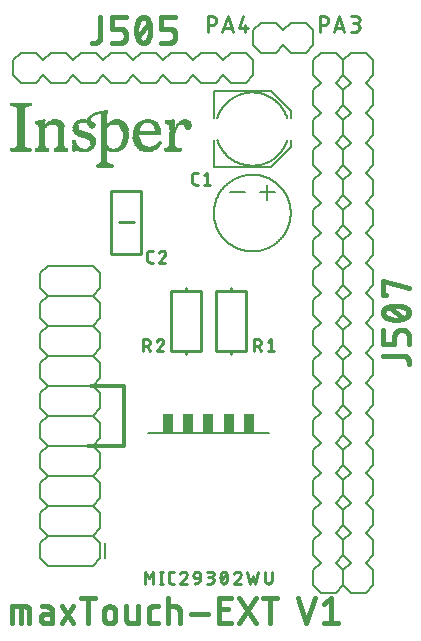
<source format=gbr>
G04 EAGLE Gerber RS-274X export*
G75*
%MOMM*%
%FSLAX34Y34*%
%LPD*%
%INSilkscreen Top*%
%IPPOS*%
%AMOC8*
5,1,8,0,0,1.08239X$1,22.5*%
G01*
%ADD10C,0.152400*%
%ADD11C,0.300000*%
%ADD12C,0.228600*%
%ADD13R,1.346200X0.025400*%
%ADD14R,1.422400X0.025400*%
%ADD15R,1.447800X0.025400*%
%ADD16R,1.371600X0.025400*%
%ADD17R,1.041400X0.025400*%
%ADD18R,0.914400X0.025400*%
%ADD19R,0.787400X0.025400*%
%ADD20R,0.736600X0.025400*%
%ADD21R,0.685800X0.025400*%
%ADD22R,0.635000X0.025400*%
%ADD23R,0.609600X0.025400*%
%ADD24R,0.584200X0.025400*%
%ADD25R,0.558800X0.025400*%
%ADD26R,0.533400X0.025400*%
%ADD27R,0.431800X0.025400*%
%ADD28R,0.381000X0.025400*%
%ADD29R,0.457200X0.025400*%
%ADD30R,0.660400X0.025400*%
%ADD31R,0.711200X0.025400*%
%ADD32R,1.727200X0.025400*%
%ADD33R,1.143000X0.025400*%
%ADD34R,1.168400X0.025400*%
%ADD35R,0.152400X0.025400*%
%ADD36R,0.838200X0.025400*%
%ADD37R,0.889000X0.025400*%
%ADD38R,1.397000X0.025400*%
%ADD39R,1.778000X0.025400*%
%ADD40R,1.193800X0.025400*%
%ADD41R,1.219200X0.025400*%
%ADD42R,0.254000X0.025400*%
%ADD43R,0.990600X0.025400*%
%ADD44R,1.803400X0.025400*%
%ADD45R,1.244600X0.025400*%
%ADD46R,0.304800X0.025400*%
%ADD47R,1.016000X0.025400*%
%ADD48R,1.600200X0.025400*%
%ADD49R,1.117600X0.025400*%
%ADD50R,1.270000X0.025400*%
%ADD51R,1.625600X0.025400*%
%ADD52R,1.676400X0.025400*%
%ADD53R,1.752600X0.025400*%
%ADD54R,1.701800X0.025400*%
%ADD55R,1.498600X0.025400*%
%ADD56R,1.574800X0.025400*%
%ADD57R,0.508000X0.025400*%
%ADD58R,0.812800X0.025400*%
%ADD59R,1.092200X0.025400*%
%ADD60R,0.762000X0.025400*%
%ADD61R,0.406400X0.025400*%
%ADD62R,1.854200X0.025400*%
%ADD63R,1.905000X0.025400*%
%ADD64R,0.482600X0.025400*%
%ADD65R,0.863600X0.025400*%
%ADD66R,0.355600X0.025400*%
%ADD67R,0.330200X0.025400*%
%ADD68R,0.279400X0.025400*%
%ADD69R,0.203200X0.025400*%
%ADD70R,0.127000X0.025400*%
%ADD71R,0.076200X0.025400*%
%ADD72R,0.228600X0.025400*%
%ADD73R,1.295400X0.025400*%
%ADD74R,1.320800X0.025400*%
%ADD75R,2.413000X0.025400*%
%ADD76R,2.438400X0.025400*%
%ADD77R,0.939800X0.025400*%
%ADD78R,2.362200X0.025400*%
%ADD79R,0.177800X0.025400*%
%ADD80R,1.066800X0.025400*%
%ADD81R,2.133600X0.025400*%
%ADD82R,2.108200X0.025400*%
%ADD83R,1.524000X0.025400*%
%ADD84R,1.473200X0.025400*%
%ADD85R,0.965200X0.025400*%
%ADD86C,0.381000*%
%ADD87C,0.203200*%
%ADD88C,0.200000*%
%ADD89R,0.965200X1.676400*%
%ADD90C,0.254000*%


D10*
X101600Y213360D02*
X106680Y213360D01*
X106680Y162560D02*
X101600Y162560D01*
D11*
X106680Y213360D02*
X78740Y213360D01*
X106680Y213360D02*
X106680Y162560D01*
X76200Y162560D01*
D12*
X177429Y512963D02*
X177429Y525917D01*
X181028Y525917D01*
X181147Y525915D01*
X181266Y525909D01*
X181384Y525899D01*
X181503Y525886D01*
X181620Y525868D01*
X181737Y525846D01*
X181853Y525821D01*
X181969Y525792D01*
X182083Y525759D01*
X182196Y525722D01*
X182308Y525682D01*
X182419Y525637D01*
X182528Y525590D01*
X182635Y525538D01*
X182740Y525483D01*
X182844Y525425D01*
X182946Y525363D01*
X183045Y525298D01*
X183143Y525230D01*
X183238Y525158D01*
X183331Y525084D01*
X183421Y525006D01*
X183508Y524925D01*
X183593Y524842D01*
X183675Y524756D01*
X183754Y524667D01*
X183830Y524576D01*
X183903Y524482D01*
X183973Y524385D01*
X184040Y524287D01*
X184104Y524186D01*
X184164Y524084D01*
X184220Y523979D01*
X184273Y523872D01*
X184323Y523764D01*
X184369Y523655D01*
X184411Y523543D01*
X184450Y523431D01*
X184485Y523317D01*
X184516Y523202D01*
X184543Y523086D01*
X184567Y522970D01*
X184586Y522852D01*
X184602Y522735D01*
X184614Y522616D01*
X184622Y522497D01*
X184626Y522378D01*
X184626Y522260D01*
X184622Y522141D01*
X184614Y522022D01*
X184602Y521903D01*
X184586Y521786D01*
X184567Y521668D01*
X184543Y521552D01*
X184516Y521436D01*
X184485Y521321D01*
X184450Y521207D01*
X184411Y521095D01*
X184369Y520983D01*
X184323Y520874D01*
X184273Y520766D01*
X184220Y520659D01*
X184164Y520554D01*
X184104Y520452D01*
X184040Y520351D01*
X183973Y520253D01*
X183903Y520156D01*
X183830Y520062D01*
X183754Y519971D01*
X183675Y519882D01*
X183593Y519796D01*
X183508Y519713D01*
X183421Y519632D01*
X183331Y519554D01*
X183238Y519480D01*
X183143Y519408D01*
X183045Y519340D01*
X182946Y519275D01*
X182844Y519213D01*
X182740Y519155D01*
X182635Y519100D01*
X182528Y519048D01*
X182419Y519001D01*
X182308Y518956D01*
X182196Y518916D01*
X182083Y518879D01*
X181969Y518846D01*
X181853Y518817D01*
X181737Y518792D01*
X181620Y518770D01*
X181503Y518752D01*
X181384Y518739D01*
X181266Y518729D01*
X181147Y518723D01*
X181028Y518721D01*
X181028Y518720D02*
X177429Y518720D01*
X189652Y512963D02*
X193970Y525917D01*
X198288Y512963D01*
X197209Y516202D02*
X190732Y516202D01*
X204060Y515842D02*
X206939Y525917D01*
X204060Y515842D02*
X211257Y515842D01*
X209098Y518720D02*
X209098Y512963D01*
X271963Y512963D02*
X271963Y525917D01*
X275561Y525917D01*
X275680Y525915D01*
X275799Y525909D01*
X275917Y525899D01*
X276036Y525886D01*
X276153Y525868D01*
X276270Y525846D01*
X276386Y525821D01*
X276502Y525792D01*
X276616Y525759D01*
X276729Y525722D01*
X276841Y525682D01*
X276952Y525637D01*
X277061Y525590D01*
X277168Y525538D01*
X277273Y525483D01*
X277377Y525425D01*
X277479Y525363D01*
X277578Y525298D01*
X277676Y525230D01*
X277771Y525158D01*
X277864Y525084D01*
X277954Y525006D01*
X278041Y524925D01*
X278126Y524842D01*
X278208Y524756D01*
X278287Y524667D01*
X278363Y524576D01*
X278436Y524482D01*
X278506Y524385D01*
X278573Y524287D01*
X278637Y524186D01*
X278697Y524084D01*
X278753Y523979D01*
X278806Y523872D01*
X278856Y523764D01*
X278902Y523655D01*
X278944Y523543D01*
X278983Y523431D01*
X279018Y523317D01*
X279049Y523202D01*
X279076Y523086D01*
X279100Y522970D01*
X279119Y522852D01*
X279135Y522735D01*
X279147Y522616D01*
X279155Y522497D01*
X279159Y522378D01*
X279159Y522260D01*
X279155Y522141D01*
X279147Y522022D01*
X279135Y521903D01*
X279119Y521786D01*
X279100Y521668D01*
X279076Y521552D01*
X279049Y521436D01*
X279018Y521321D01*
X278983Y521207D01*
X278944Y521095D01*
X278902Y520983D01*
X278856Y520874D01*
X278806Y520766D01*
X278753Y520659D01*
X278697Y520554D01*
X278637Y520452D01*
X278573Y520351D01*
X278506Y520253D01*
X278436Y520156D01*
X278363Y520062D01*
X278287Y519971D01*
X278208Y519882D01*
X278126Y519796D01*
X278041Y519713D01*
X277954Y519632D01*
X277864Y519554D01*
X277771Y519480D01*
X277676Y519408D01*
X277578Y519340D01*
X277479Y519275D01*
X277377Y519213D01*
X277273Y519155D01*
X277168Y519100D01*
X277061Y519048D01*
X276952Y519001D01*
X276841Y518956D01*
X276729Y518916D01*
X276616Y518879D01*
X276502Y518846D01*
X276386Y518817D01*
X276270Y518792D01*
X276153Y518770D01*
X276036Y518752D01*
X275917Y518739D01*
X275799Y518729D01*
X275680Y518723D01*
X275561Y518721D01*
X275561Y518720D02*
X271963Y518720D01*
X284186Y512963D02*
X288504Y525917D01*
X292822Y512963D01*
X291742Y516202D02*
X285265Y516202D01*
X298594Y512963D02*
X302192Y512963D01*
X302311Y512965D01*
X302430Y512971D01*
X302548Y512981D01*
X302667Y512994D01*
X302784Y513012D01*
X302901Y513034D01*
X303017Y513059D01*
X303133Y513088D01*
X303247Y513121D01*
X303360Y513158D01*
X303472Y513198D01*
X303583Y513243D01*
X303692Y513290D01*
X303799Y513342D01*
X303904Y513397D01*
X304008Y513455D01*
X304110Y513517D01*
X304209Y513582D01*
X304307Y513650D01*
X304402Y513722D01*
X304495Y513796D01*
X304585Y513874D01*
X304672Y513955D01*
X304757Y514038D01*
X304839Y514124D01*
X304918Y514213D01*
X304994Y514304D01*
X305067Y514398D01*
X305137Y514495D01*
X305204Y514593D01*
X305268Y514694D01*
X305328Y514796D01*
X305384Y514901D01*
X305437Y515008D01*
X305487Y515116D01*
X305533Y515225D01*
X305575Y515337D01*
X305614Y515449D01*
X305649Y515563D01*
X305680Y515678D01*
X305707Y515794D01*
X305731Y515910D01*
X305750Y516028D01*
X305766Y516145D01*
X305778Y516264D01*
X305786Y516383D01*
X305790Y516502D01*
X305790Y516620D01*
X305786Y516739D01*
X305778Y516858D01*
X305766Y516977D01*
X305750Y517094D01*
X305731Y517212D01*
X305707Y517328D01*
X305680Y517444D01*
X305649Y517559D01*
X305614Y517673D01*
X305575Y517785D01*
X305533Y517897D01*
X305487Y518006D01*
X305437Y518114D01*
X305384Y518221D01*
X305328Y518326D01*
X305268Y518428D01*
X305204Y518529D01*
X305137Y518627D01*
X305067Y518724D01*
X304994Y518818D01*
X304918Y518909D01*
X304839Y518998D01*
X304757Y519084D01*
X304672Y519167D01*
X304585Y519248D01*
X304495Y519326D01*
X304402Y519400D01*
X304307Y519472D01*
X304209Y519540D01*
X304110Y519605D01*
X304008Y519667D01*
X303904Y519725D01*
X303799Y519780D01*
X303692Y519832D01*
X303583Y519879D01*
X303472Y519924D01*
X303360Y519964D01*
X303247Y520001D01*
X303133Y520034D01*
X303017Y520063D01*
X302901Y520088D01*
X302784Y520110D01*
X302667Y520128D01*
X302548Y520141D01*
X302430Y520151D01*
X302311Y520157D01*
X302192Y520159D01*
X302912Y525917D02*
X298594Y525917D01*
X302912Y525917D02*
X303018Y525915D01*
X303125Y525909D01*
X303231Y525899D01*
X303336Y525886D01*
X303441Y525868D01*
X303545Y525846D01*
X303649Y525821D01*
X303751Y525792D01*
X303852Y525759D01*
X303952Y525723D01*
X304051Y525682D01*
X304147Y525638D01*
X304243Y525591D01*
X304336Y525540D01*
X304428Y525486D01*
X304517Y525428D01*
X304604Y525367D01*
X304689Y525303D01*
X304772Y525236D01*
X304852Y525166D01*
X304929Y525092D01*
X305003Y525017D01*
X305075Y524938D01*
X305144Y524857D01*
X305209Y524773D01*
X305272Y524687D01*
X305331Y524599D01*
X305387Y524508D01*
X305440Y524416D01*
X305489Y524321D01*
X305535Y524225D01*
X305577Y524127D01*
X305615Y524028D01*
X305650Y523928D01*
X305681Y523826D01*
X305708Y523723D01*
X305732Y523619D01*
X305751Y523515D01*
X305767Y523409D01*
X305779Y523304D01*
X305787Y523198D01*
X305791Y523091D01*
X305791Y522985D01*
X305787Y522878D01*
X305779Y522772D01*
X305767Y522667D01*
X305751Y522561D01*
X305732Y522457D01*
X305708Y522353D01*
X305681Y522250D01*
X305650Y522148D01*
X305615Y522048D01*
X305577Y521949D01*
X305535Y521851D01*
X305489Y521755D01*
X305440Y521660D01*
X305387Y521568D01*
X305331Y521477D01*
X305272Y521389D01*
X305209Y521303D01*
X305144Y521219D01*
X305075Y521138D01*
X305003Y521059D01*
X304929Y520984D01*
X304852Y520910D01*
X304772Y520840D01*
X304689Y520773D01*
X304604Y520709D01*
X304517Y520648D01*
X304428Y520590D01*
X304336Y520536D01*
X304243Y520485D01*
X304147Y520438D01*
X304051Y520394D01*
X303952Y520353D01*
X303852Y520317D01*
X303751Y520284D01*
X303649Y520255D01*
X303545Y520230D01*
X303441Y520208D01*
X303336Y520190D01*
X303231Y520177D01*
X303125Y520167D01*
X303018Y520161D01*
X302912Y520159D01*
X302912Y520160D02*
X300033Y520160D01*
D13*
X90226Y397774D03*
D14*
X90353Y398028D03*
D15*
X90226Y398282D03*
X90226Y398536D03*
X90226Y398790D03*
X90226Y399044D03*
X90226Y399298D03*
X90226Y399552D03*
D14*
X90353Y399806D03*
D16*
X90353Y400060D03*
D17*
X89972Y400314D03*
D18*
X89845Y400568D03*
D19*
X89718Y400822D03*
D20*
X89718Y401076D03*
D21*
X89718Y401330D03*
D22*
X89718Y401584D03*
D23*
X89591Y401838D03*
D24*
X89718Y402092D03*
X89718Y402346D03*
D25*
X89591Y402600D03*
X89591Y402854D03*
X89591Y403108D03*
X89591Y403362D03*
D26*
X89718Y403616D03*
X89718Y403870D03*
X89718Y404124D03*
X89718Y404378D03*
X89718Y404632D03*
X89718Y404886D03*
X89718Y405140D03*
X89718Y405394D03*
X89718Y405648D03*
X89718Y405902D03*
X89718Y406156D03*
X89718Y406410D03*
X89718Y406664D03*
X89718Y406918D03*
X89718Y407172D03*
X89718Y407426D03*
X89718Y407680D03*
X89718Y407934D03*
X89718Y408188D03*
X89718Y408442D03*
X89718Y408696D03*
X89718Y408950D03*
X89718Y409204D03*
X89718Y409458D03*
X89718Y409712D03*
X89718Y409966D03*
X89718Y410220D03*
X89718Y410474D03*
X89718Y410728D03*
D27*
X72954Y410982D03*
D26*
X89718Y410982D03*
D28*
X98100Y410982D03*
D29*
X126167Y410982D03*
D30*
X72827Y411236D03*
D26*
X89718Y411236D03*
D22*
X98100Y411236D03*
D31*
X126167Y411236D03*
D32*
X18725Y411490D03*
D33*
X37140Y411490D03*
D34*
X53269Y411490D03*
D35*
X63683Y411490D03*
D36*
X72700Y411490D03*
D26*
X89718Y411490D03*
D19*
X98100Y411490D03*
D37*
X126294Y411490D03*
D38*
X147884Y411490D03*
D39*
X18725Y411744D03*
D40*
X37140Y411744D03*
D41*
X53269Y411744D03*
D42*
X63937Y411744D03*
D43*
X72700Y411744D03*
D26*
X89718Y411744D03*
D18*
X98227Y411744D03*
D17*
X126294Y411744D03*
D15*
X147884Y411744D03*
D44*
X18852Y411998D03*
D45*
X37140Y411998D03*
D41*
X53269Y411998D03*
D46*
X64191Y411998D03*
D34*
X72319Y411998D03*
D26*
X89718Y411998D03*
D47*
X98227Y411998D03*
D34*
X126167Y411998D03*
D15*
X147884Y411998D03*
D44*
X18852Y412252D03*
D45*
X37140Y412252D03*
D41*
X53269Y412252D03*
D48*
X70668Y412252D03*
D26*
X89718Y412252D03*
D49*
X98227Y412252D03*
D50*
X126167Y412252D03*
D15*
X147884Y412252D03*
D44*
X18852Y412506D03*
D45*
X37140Y412506D03*
D41*
X53269Y412506D03*
D51*
X70795Y412506D03*
D32*
X95687Y412506D03*
D13*
X126294Y412506D03*
D15*
X147884Y412506D03*
D44*
X18852Y412760D03*
D45*
X37140Y412760D03*
D41*
X53269Y412760D03*
D52*
X71049Y412760D03*
D53*
X95814Y412760D03*
D14*
X126167Y412760D03*
D15*
X147884Y412760D03*
D44*
X18852Y413014D03*
D45*
X37140Y413014D03*
D41*
X53269Y413014D03*
D54*
X71176Y413014D03*
D44*
X96068Y413014D03*
D55*
X126294Y413014D03*
D15*
X147884Y413014D03*
D39*
X18725Y413268D03*
D45*
X37140Y413268D03*
D41*
X53269Y413268D03*
D37*
X67112Y413268D03*
D25*
X77145Y413268D03*
D18*
X91623Y413268D03*
D22*
X102164Y413268D03*
D56*
X126167Y413268D03*
D15*
X147884Y413268D03*
D39*
X18725Y413522D03*
D40*
X37140Y413522D03*
X53142Y413522D03*
D19*
X66604Y413522D03*
D57*
X77653Y413522D03*
D58*
X91115Y413522D03*
D24*
X102672Y413522D03*
D51*
X126167Y413522D03*
D15*
X147884Y413522D03*
D52*
X18725Y413776D03*
D59*
X37140Y413776D03*
D49*
X53269Y413776D03*
D20*
X66350Y413776D03*
D29*
X78161Y413776D03*
D60*
X90861Y413776D03*
D24*
X103180Y413776D03*
D50*
X147757Y413776D03*
D34*
X18725Y414030D03*
D36*
X37140Y414030D03*
X53142Y414030D03*
D21*
X66096Y414030D03*
D29*
X78415Y414030D03*
D31*
X90607Y414030D03*
D25*
X103561Y414030D03*
D53*
X126294Y414030D03*
D18*
X147503Y414030D03*
D47*
X18725Y414284D03*
D20*
X37140Y414284D03*
D60*
X53269Y414284D03*
D22*
X65842Y414284D03*
D27*
X78796Y414284D03*
D21*
X90480Y414284D03*
D26*
X103942Y414284D03*
D44*
X126294Y414284D03*
D19*
X147376Y414284D03*
D18*
X18725Y414538D03*
D21*
X37140Y414538D03*
D31*
X53269Y414538D03*
D23*
X65715Y414538D03*
D61*
X78923Y414538D03*
D30*
X90353Y414538D03*
D26*
X104196Y414538D03*
D62*
X126294Y414538D03*
D20*
X147376Y414538D03*
D58*
X18725Y414792D03*
D30*
X37013Y414792D03*
X53269Y414792D03*
D25*
X65461Y414792D03*
D61*
X79177Y414792D03*
D22*
X90226Y414792D03*
D26*
X104450Y414792D03*
D63*
X126294Y414792D03*
D21*
X147376Y414792D03*
D60*
X18725Y415046D03*
D22*
X37140Y415046D03*
X53142Y415046D03*
D26*
X65334Y415046D03*
D27*
X79304Y415046D03*
D23*
X90099Y415046D03*
D57*
X104577Y415046D03*
D17*
X121722Y415046D03*
D30*
X132771Y415046D03*
D22*
X147376Y415046D03*
D31*
X18725Y415300D03*
D23*
X37013Y415300D03*
X53269Y415300D03*
D57*
X65207Y415300D03*
D61*
X79431Y415300D03*
D23*
X90099Y415300D03*
D57*
X104831Y415300D03*
D18*
X121087Y415300D03*
D26*
X133406Y415300D03*
D23*
X147249Y415300D03*
D31*
X18725Y415554D03*
D24*
X37140Y415554D03*
X53142Y415554D03*
D64*
X65080Y415554D03*
D61*
X79685Y415554D03*
D24*
X89972Y415554D03*
D57*
X105085Y415554D03*
D65*
X120579Y415554D03*
D64*
X133914Y415554D03*
D24*
X147376Y415554D03*
D30*
X18725Y415808D03*
D24*
X37140Y415808D03*
D25*
X53269Y415808D03*
D29*
X64953Y415808D03*
D61*
X79685Y415808D03*
D25*
X89845Y415808D03*
D57*
X105339Y415808D03*
D36*
X120198Y415808D03*
D29*
X134295Y415808D03*
D25*
X147249Y415808D03*
D30*
X18725Y416062D03*
D25*
X37013Y416062D03*
X53269Y416062D03*
D29*
X64953Y416062D03*
D61*
X79939Y416062D03*
D25*
X89845Y416062D03*
D64*
X105466Y416062D03*
D19*
X119944Y416062D03*
D27*
X134676Y416062D03*
D25*
X147249Y416062D03*
D22*
X18852Y416316D03*
D25*
X37013Y416316D03*
X53269Y416316D03*
D27*
X64826Y416316D03*
D61*
X79939Y416316D03*
D25*
X89845Y416316D03*
D57*
X105593Y416316D03*
D19*
X119690Y416316D03*
D61*
X135057Y416316D03*
D25*
X147249Y416316D03*
D23*
X18725Y416570D03*
D26*
X37140Y416570D03*
D25*
X53269Y416570D03*
D61*
X64699Y416570D03*
X79939Y416570D03*
D26*
X89718Y416570D03*
D57*
X105847Y416570D03*
D60*
X119309Y416570D03*
D28*
X135184Y416570D03*
D25*
X147249Y416570D03*
D23*
X18725Y416824D03*
D26*
X37140Y416824D03*
X53142Y416824D03*
D61*
X64699Y416824D03*
D27*
X80066Y416824D03*
D26*
X89718Y416824D03*
D64*
X105974Y416824D03*
D20*
X119182Y416824D03*
D28*
X135438Y416824D03*
D25*
X147249Y416824D03*
D23*
X18725Y417078D03*
D26*
X37140Y417078D03*
X53142Y417078D03*
D28*
X64572Y417078D03*
D27*
X80066Y417078D03*
D26*
X89718Y417078D03*
D20*
X118928Y417078D03*
D66*
X135819Y417078D03*
D25*
X147249Y417078D03*
D23*
X18725Y417332D03*
D26*
X37140Y417332D03*
X53142Y417332D03*
D66*
X64445Y417332D03*
D27*
X80066Y417332D03*
D26*
X89718Y417332D03*
D64*
X106228Y417332D03*
D31*
X118801Y417332D03*
D67*
X135946Y417332D03*
D26*
X147376Y417332D03*
D23*
X18725Y417586D03*
D26*
X37140Y417586D03*
X53142Y417586D03*
D66*
X64445Y417586D03*
D27*
X80066Y417586D03*
D26*
X89718Y417586D03*
D57*
X106355Y417586D03*
D31*
X118547Y417586D03*
D67*
X136200Y417586D03*
D26*
X147376Y417586D03*
D23*
X18725Y417840D03*
D26*
X37140Y417840D03*
X53142Y417840D03*
D67*
X64318Y417840D03*
D27*
X80066Y417840D03*
D26*
X89718Y417840D03*
D64*
X106482Y417840D03*
D21*
X118420Y417840D03*
D67*
X136454Y417840D03*
D26*
X147376Y417840D03*
D23*
X18725Y418094D03*
D26*
X37140Y418094D03*
X53142Y418094D03*
D67*
X64318Y418094D03*
D29*
X80193Y418094D03*
D26*
X89718Y418094D03*
D57*
X106609Y418094D03*
D30*
X118293Y418094D03*
D46*
X136581Y418094D03*
D26*
X147376Y418094D03*
D23*
X18725Y418348D03*
D26*
X37140Y418348D03*
X53142Y418348D03*
D67*
X64318Y418348D03*
D29*
X80193Y418348D03*
D26*
X89718Y418348D03*
D57*
X106609Y418348D03*
D21*
X118166Y418348D03*
D46*
X136835Y418348D03*
D26*
X147376Y418348D03*
D23*
X18725Y418602D03*
D26*
X37140Y418602D03*
X53142Y418602D03*
D46*
X64191Y418602D03*
D29*
X80193Y418602D03*
D26*
X89718Y418602D03*
D57*
X106863Y418602D03*
D46*
X136835Y418602D03*
D26*
X147376Y418602D03*
D23*
X18725Y418856D03*
D26*
X37140Y418856D03*
X53142Y418856D03*
D46*
X64191Y418856D03*
D29*
X80193Y418856D03*
D26*
X89718Y418856D03*
D57*
X106863Y418856D03*
D30*
X117785Y418856D03*
D46*
X137089Y418856D03*
D26*
X147376Y418856D03*
D23*
X18725Y419110D03*
D26*
X37140Y419110D03*
X53142Y419110D03*
D46*
X64191Y419110D03*
D64*
X80066Y419110D03*
D26*
X89718Y419110D03*
X106990Y419110D03*
D30*
X117785Y419110D03*
D42*
X137089Y419110D03*
D26*
X147376Y419110D03*
D23*
X18725Y419364D03*
D26*
X37140Y419364D03*
X53142Y419364D03*
D68*
X64064Y419364D03*
D64*
X80066Y419364D03*
D26*
X89718Y419364D03*
D57*
X107117Y419364D03*
D22*
X117658Y419364D03*
D69*
X137089Y419364D03*
D26*
X147376Y419364D03*
D23*
X18725Y419618D03*
D26*
X37140Y419618D03*
X53142Y419618D03*
D68*
X64064Y419618D03*
D57*
X79939Y419618D03*
D26*
X89718Y419618D03*
D57*
X107117Y419618D03*
D22*
X117658Y419618D03*
D70*
X136962Y419618D03*
D26*
X147376Y419618D03*
D23*
X18725Y419872D03*
D26*
X37140Y419872D03*
X53142Y419872D03*
D68*
X64064Y419872D03*
D26*
X79812Y419872D03*
X89718Y419872D03*
X107244Y419872D03*
D22*
X117404Y419872D03*
D71*
X136708Y419872D03*
D26*
X147376Y419872D03*
D23*
X18725Y420126D03*
D26*
X37140Y420126D03*
X53142Y420126D03*
D68*
X64064Y420126D03*
D26*
X79812Y420126D03*
X89718Y420126D03*
D57*
X107371Y420126D03*
D22*
X117404Y420126D03*
D26*
X147376Y420126D03*
D23*
X18725Y420380D03*
D26*
X37140Y420380D03*
X53142Y420380D03*
D72*
X64064Y420380D03*
D24*
X79558Y420380D03*
D26*
X89718Y420380D03*
D57*
X107371Y420380D03*
D23*
X117277Y420380D03*
D26*
X147376Y420380D03*
D23*
X18725Y420634D03*
D26*
X37140Y420634D03*
X53142Y420634D03*
D24*
X79304Y420634D03*
D26*
X89718Y420634D03*
D57*
X107371Y420634D03*
D23*
X117277Y420634D03*
D26*
X147376Y420634D03*
D23*
X18725Y420888D03*
D26*
X37140Y420888D03*
X53142Y420888D03*
D23*
X79177Y420888D03*
D26*
X89718Y420888D03*
X107498Y420888D03*
D22*
X117150Y420888D03*
D26*
X147376Y420888D03*
D23*
X18725Y421142D03*
D26*
X37140Y421142D03*
X53142Y421142D03*
D30*
X78923Y421142D03*
D26*
X89718Y421142D03*
X107498Y421142D03*
D23*
X117023Y421142D03*
D26*
X147376Y421142D03*
D23*
X18725Y421396D03*
D26*
X37140Y421396D03*
X53142Y421396D03*
D31*
X78669Y421396D03*
D26*
X89718Y421396D03*
X107498Y421396D03*
D23*
X117023Y421396D03*
D26*
X147376Y421396D03*
D23*
X18725Y421650D03*
D26*
X37140Y421650D03*
X53142Y421650D03*
D20*
X78288Y421650D03*
D26*
X89718Y421650D03*
X107498Y421650D03*
D23*
X117023Y421650D03*
D26*
X147376Y421650D03*
D23*
X18725Y421904D03*
D26*
X37140Y421904D03*
X53142Y421904D03*
D19*
X78034Y421904D03*
D26*
X89718Y421904D03*
X107752Y421904D03*
D24*
X116896Y421904D03*
D26*
X147376Y421904D03*
D23*
X18725Y422158D03*
D26*
X37140Y422158D03*
X53142Y422158D03*
D65*
X77653Y422158D03*
D26*
X89718Y422158D03*
X107752Y422158D03*
D24*
X116896Y422158D03*
D26*
X147376Y422158D03*
D23*
X18725Y422412D03*
D26*
X37140Y422412D03*
X53142Y422412D03*
D18*
X77145Y422412D03*
D26*
X89718Y422412D03*
X107752Y422412D03*
D23*
X116769Y422412D03*
D26*
X147376Y422412D03*
D23*
X18725Y422666D03*
D26*
X37140Y422666D03*
X53142Y422666D03*
D43*
X76764Y422666D03*
D26*
X89718Y422666D03*
X107752Y422666D03*
D23*
X116769Y422666D03*
D26*
X147376Y422666D03*
D23*
X18725Y422920D03*
D26*
X37140Y422920D03*
X53142Y422920D03*
D17*
X76256Y422920D03*
D26*
X89718Y422920D03*
X107752Y422920D03*
D23*
X116769Y422920D03*
D26*
X147376Y422920D03*
D23*
X18725Y423174D03*
D26*
X37140Y423174D03*
X53142Y423174D03*
D49*
X75875Y423174D03*
D26*
X89718Y423174D03*
X107752Y423174D03*
D24*
X116642Y423174D03*
D26*
X147376Y423174D03*
D23*
X18725Y423428D03*
D26*
X37140Y423428D03*
X53142Y423428D03*
D34*
X75367Y423428D03*
D26*
X89718Y423428D03*
X107752Y423428D03*
D24*
X116642Y423428D03*
D26*
X147376Y423428D03*
D23*
X18725Y423682D03*
D26*
X37140Y423682D03*
X53142Y423682D03*
D41*
X74859Y423682D03*
D26*
X89718Y423682D03*
D25*
X107879Y423682D03*
D24*
X116642Y423682D03*
D26*
X147376Y423682D03*
D23*
X18725Y423936D03*
D26*
X37140Y423936D03*
X53142Y423936D03*
D45*
X74478Y423936D03*
D26*
X89718Y423936D03*
D24*
X116642Y423936D03*
D26*
X147376Y423936D03*
D23*
X18725Y424190D03*
D26*
X37140Y424190D03*
X53142Y424190D03*
D73*
X73970Y424190D03*
D26*
X89718Y424190D03*
D25*
X107879Y424190D03*
D24*
X116642Y424190D03*
D26*
X147376Y424190D03*
D23*
X18725Y424444D03*
D26*
X37140Y424444D03*
X53142Y424444D03*
D74*
X73589Y424444D03*
D26*
X89718Y424444D03*
D25*
X107879Y424444D03*
D24*
X116642Y424444D03*
D26*
X147376Y424444D03*
D23*
X18725Y424698D03*
D26*
X37140Y424698D03*
X53142Y424698D03*
D13*
X73208Y424698D03*
D26*
X89718Y424698D03*
D25*
X107879Y424698D03*
D24*
X116642Y424698D03*
D26*
X147376Y424698D03*
D23*
X18725Y424952D03*
D26*
X37140Y424952D03*
X53142Y424952D03*
D13*
X72954Y424952D03*
D26*
X89718Y424952D03*
D25*
X107879Y424952D03*
D24*
X116642Y424952D03*
D26*
X147376Y424952D03*
D23*
X18725Y425206D03*
D26*
X37140Y425206D03*
X53142Y425206D03*
D13*
X72446Y425206D03*
D26*
X89718Y425206D03*
D25*
X107879Y425206D03*
D24*
X116642Y425206D03*
D26*
X147376Y425206D03*
D23*
X18725Y425460D03*
D26*
X37140Y425460D03*
X53142Y425460D03*
D13*
X72192Y425460D03*
D26*
X89718Y425460D03*
D25*
X107879Y425460D03*
D24*
X116642Y425460D03*
D26*
X147376Y425460D03*
D23*
X18725Y425714D03*
D26*
X37140Y425714D03*
X53142Y425714D03*
D74*
X71811Y425714D03*
D25*
X107879Y425714D03*
D75*
X125786Y425714D03*
D26*
X147376Y425714D03*
D23*
X18725Y425968D03*
D26*
X37140Y425968D03*
X53142Y425968D03*
D74*
X71303Y425968D03*
D26*
X89718Y425968D03*
D25*
X107879Y425968D03*
D76*
X125913Y425968D03*
D26*
X147376Y425968D03*
D23*
X18725Y426222D03*
D26*
X37140Y426222D03*
X53142Y426222D03*
D73*
X70922Y426222D03*
D26*
X89718Y426222D03*
D24*
X107752Y426222D03*
D76*
X125913Y426222D03*
D26*
X147376Y426222D03*
D23*
X18725Y426476D03*
D26*
X37140Y426476D03*
X53142Y426476D03*
D41*
X70541Y426476D03*
D26*
X89718Y426476D03*
D24*
X107752Y426476D03*
D76*
X125913Y426476D03*
D26*
X147376Y426476D03*
D23*
X18725Y426730D03*
D26*
X37140Y426730D03*
X53142Y426730D03*
D40*
X70160Y426730D03*
D26*
X89718Y426730D03*
D24*
X107752Y426730D03*
D75*
X126040Y426730D03*
D26*
X147376Y426730D03*
D23*
X18725Y426984D03*
D26*
X37140Y426984D03*
X53142Y426984D03*
D33*
X69652Y426984D03*
D26*
X89718Y426984D03*
D24*
X107752Y426984D03*
D75*
X126040Y426984D03*
D26*
X147376Y426984D03*
D23*
X18725Y427238D03*
D26*
X37140Y427238D03*
X53142Y427238D03*
D59*
X69144Y427238D03*
D24*
X107752Y427238D03*
D75*
X126040Y427238D03*
D26*
X147376Y427238D03*
D23*
X18725Y427492D03*
D26*
X37140Y427492D03*
X53142Y427492D03*
D47*
X68763Y427492D03*
D26*
X89718Y427492D03*
D25*
X107625Y427492D03*
D75*
X126040Y427492D03*
D25*
X147503Y427492D03*
D23*
X18725Y427746D03*
D26*
X37140Y427746D03*
X53142Y427746D03*
D77*
X68128Y427746D03*
D26*
X89718Y427746D03*
D24*
X107498Y427746D03*
D75*
X126040Y427746D03*
D25*
X147503Y427746D03*
D23*
X18725Y428000D03*
D26*
X37140Y428000D03*
X53142Y428000D03*
D65*
X67747Y428000D03*
D26*
X89718Y428000D03*
D24*
X107498Y428000D03*
D75*
X126040Y428000D03*
D25*
X147503Y428000D03*
D23*
X18725Y428254D03*
D26*
X37140Y428254D03*
X53142Y428254D03*
D19*
X67366Y428254D03*
D26*
X89718Y428254D03*
D24*
X107498Y428254D03*
D78*
X126040Y428254D03*
D25*
X147503Y428254D03*
D23*
X18725Y428508D03*
D26*
X37140Y428508D03*
X53142Y428508D03*
D60*
X66985Y428508D03*
D26*
X89718Y428508D03*
D24*
X107498Y428508D03*
D26*
X116896Y428508D03*
D24*
X134930Y428508D03*
D25*
X147503Y428508D03*
D23*
X18725Y428762D03*
D26*
X37140Y428762D03*
X53142Y428762D03*
D21*
X66604Y428762D03*
D26*
X89718Y428762D03*
D23*
X107371Y428762D03*
D26*
X116896Y428762D03*
D24*
X134930Y428762D03*
X147630Y428762D03*
D23*
X18725Y429016D03*
D26*
X37140Y429016D03*
X53142Y429016D03*
D22*
X66350Y429016D03*
D26*
X89718Y429016D03*
D23*
X107371Y429016D03*
D26*
X117150Y429016D03*
D24*
X134930Y429016D03*
X147630Y429016D03*
D23*
X18725Y429270D03*
D26*
X37140Y429270D03*
X53142Y429270D03*
D23*
X65969Y429270D03*
D26*
X89718Y429270D03*
D23*
X107371Y429270D03*
D26*
X117150Y429270D03*
D24*
X134930Y429270D03*
X147630Y429270D03*
D23*
X18725Y429524D03*
D26*
X37140Y429524D03*
X53142Y429524D03*
D24*
X65842Y429524D03*
D26*
X89718Y429524D03*
D24*
X107244Y429524D03*
D26*
X117150Y429524D03*
D25*
X134803Y429524D03*
D23*
X147757Y429524D03*
D79*
X160838Y429524D03*
D23*
X18725Y429778D03*
D26*
X37140Y429778D03*
X53142Y429778D03*
D25*
X65715Y429778D03*
D26*
X89718Y429778D03*
D23*
X107117Y429778D03*
D26*
X117150Y429778D03*
D25*
X134803Y429778D03*
D23*
X147757Y429778D03*
D68*
X160838Y429778D03*
D23*
X18725Y430032D03*
D26*
X37140Y430032D03*
X53142Y430032D03*
X65588Y430032D03*
X89718Y430032D03*
D23*
X107117Y430032D03*
D57*
X117277Y430032D03*
D25*
X134803Y430032D03*
D22*
X147884Y430032D03*
D66*
X160711Y430032D03*
D23*
X18725Y430286D03*
D26*
X37140Y430286D03*
X53142Y430286D03*
D57*
X65461Y430286D03*
D26*
X89718Y430286D03*
D22*
X106990Y430286D03*
D26*
X117404Y430286D03*
D25*
X134803Y430286D03*
D22*
X147884Y430286D03*
D27*
X160838Y430286D03*
D23*
X18725Y430540D03*
D26*
X37140Y430540D03*
X53142Y430540D03*
D64*
X65334Y430540D03*
D26*
X89718Y430540D03*
D23*
X106863Y430540D03*
D57*
X117531Y430540D03*
D26*
X134676Y430540D03*
D30*
X148011Y430540D03*
D29*
X160711Y430540D03*
D23*
X18725Y430794D03*
D25*
X37267Y430794D03*
D26*
X53142Y430794D03*
D64*
X65334Y430794D03*
D72*
X79304Y430794D03*
D26*
X89718Y430794D03*
D22*
X106736Y430794D03*
D57*
X117531Y430794D03*
D25*
X134549Y430794D03*
D30*
X148011Y430794D03*
D57*
X160711Y430794D03*
D23*
X18725Y431048D03*
D24*
X37394Y431048D03*
D26*
X53142Y431048D03*
D29*
X65207Y431048D03*
D67*
X79304Y431048D03*
D26*
X89718Y431048D03*
D22*
X106736Y431048D03*
D57*
X117531Y431048D03*
D25*
X134549Y431048D03*
D21*
X148138Y431048D03*
D26*
X160838Y431048D03*
D23*
X18725Y431302D03*
X37521Y431302D03*
D25*
X53015Y431302D03*
D29*
X65207Y431302D03*
D28*
X79304Y431302D03*
D26*
X89718Y431302D03*
D30*
X106609Y431302D03*
D57*
X117785Y431302D03*
D26*
X134422Y431302D03*
D21*
X148138Y431302D03*
D25*
X160711Y431302D03*
D23*
X18725Y431556D03*
D22*
X37648Y431556D03*
D25*
X53015Y431556D03*
D29*
X65207Y431556D03*
D27*
X79304Y431556D03*
D26*
X89718Y431556D03*
D22*
X106482Y431556D03*
D57*
X117785Y431556D03*
D26*
X134422Y431556D03*
D31*
X148265Y431556D03*
D25*
X160711Y431556D03*
D23*
X18725Y431810D03*
D21*
X37648Y431810D03*
D25*
X53015Y431810D03*
D27*
X65334Y431810D03*
D64*
X79304Y431810D03*
D25*
X89845Y431810D03*
D30*
X106355Y431810D03*
D57*
X118039Y431810D03*
D26*
X134168Y431810D03*
D57*
X146995Y431810D03*
D69*
X150805Y431810D03*
D24*
X160838Y431810D03*
D23*
X18725Y432064D03*
D31*
X37775Y432064D03*
D24*
X52888Y432064D03*
D27*
X65334Y432064D03*
D26*
X79304Y432064D03*
D24*
X89972Y432064D03*
D21*
X106228Y432064D03*
D64*
X118166Y432064D03*
D26*
X134168Y432064D03*
D57*
X146995Y432064D03*
D69*
X151059Y432064D03*
D24*
X160838Y432064D03*
D23*
X18725Y432318D03*
D20*
X37902Y432318D03*
D24*
X52888Y432318D03*
D27*
X65334Y432318D03*
D26*
X79304Y432318D03*
D22*
X90226Y432318D03*
D21*
X105974Y432318D03*
D64*
X118166Y432318D03*
D25*
X134041Y432318D03*
D57*
X146995Y432318D03*
D69*
X151313Y432318D03*
D24*
X160838Y432318D03*
D23*
X18725Y432572D03*
D60*
X38029Y432572D03*
D23*
X52761Y432572D03*
D27*
X65334Y432572D03*
D25*
X79177Y432572D03*
D30*
X90353Y432572D03*
D31*
X105847Y432572D03*
D64*
X118420Y432572D03*
D26*
X133914Y432572D03*
D57*
X146995Y432572D03*
D72*
X151440Y432572D03*
D23*
X160711Y432572D03*
X18725Y432826D03*
D58*
X38029Y432826D03*
D23*
X52761Y432826D03*
D27*
X65334Y432826D03*
D24*
X79304Y432826D03*
D21*
X90480Y432826D03*
D31*
X105593Y432826D03*
D57*
X118547Y432826D03*
D25*
X133787Y432826D03*
D57*
X146995Y432826D03*
D72*
X151694Y432826D03*
D23*
X160711Y432826D03*
X18725Y433080D03*
D65*
X38283Y433080D03*
D23*
X52507Y433080D03*
D61*
X65461Y433080D03*
D23*
X79177Y433080D03*
D20*
X90734Y433080D03*
X105466Y433080D03*
D64*
X118674Y433080D03*
D26*
X133660Y433080D03*
D57*
X146995Y433080D03*
D72*
X151694Y433080D03*
D23*
X160711Y433080D03*
X18725Y433334D03*
D18*
X38283Y433334D03*
D22*
X52380Y433334D03*
D61*
X65461Y433334D03*
D23*
X79177Y433334D03*
D60*
X90861Y433334D03*
D20*
X105212Y433334D03*
D64*
X118928Y433334D03*
D26*
X133406Y433334D03*
X146868Y433334D03*
D42*
X152075Y433334D03*
D22*
X160584Y433334D03*
D23*
X18725Y433588D03*
D43*
X38410Y433588D03*
D30*
X52253Y433588D03*
D61*
X65715Y433588D03*
D22*
X79050Y433588D03*
D58*
X91115Y433588D03*
D19*
X104958Y433588D03*
D64*
X119182Y433588D03*
D26*
X133406Y433588D03*
X146868Y433588D03*
D42*
X152329Y433588D03*
D30*
X160457Y433588D03*
D23*
X18725Y433842D03*
D80*
X38537Y433842D03*
D31*
X51999Y433842D03*
D61*
X65715Y433842D03*
D22*
X79050Y433842D03*
D65*
X91369Y433842D03*
D19*
X104704Y433842D03*
D64*
X119182Y433842D03*
D26*
X133152Y433842D03*
D25*
X146741Y433842D03*
D68*
X152456Y433842D03*
D30*
X160203Y433842D03*
D23*
X18725Y434096D03*
D31*
X36251Y434096D03*
D29*
X42347Y434096D03*
D20*
X51618Y434096D03*
D61*
X65969Y434096D03*
D22*
X78796Y434096D03*
D77*
X91750Y434096D03*
D65*
X104323Y434096D03*
D64*
X119436Y434096D03*
D26*
X132898Y434096D03*
D24*
X146614Y434096D03*
D46*
X152837Y434096D03*
D21*
X160076Y434096D03*
D23*
X18725Y434350D03*
D60*
X35997Y434350D03*
D55*
X47808Y434350D03*
D61*
X65969Y434350D03*
D30*
X78669Y434350D03*
D81*
X97719Y434350D03*
D64*
X119690Y434350D03*
D25*
X132771Y434350D03*
D22*
X146360Y434350D03*
D40*
X157536Y434350D03*
D23*
X18725Y434604D03*
D36*
X35616Y434604D03*
D15*
X47808Y434604D03*
D61*
X66223Y434604D03*
D30*
X78669Y434604D03*
D82*
X97592Y434604D03*
D64*
X119944Y434604D03*
D25*
X132517Y434604D03*
D31*
X145979Y434604D03*
D34*
X157409Y434604D03*
D23*
X18725Y434858D03*
D65*
X35489Y434858D03*
D14*
X47935Y434858D03*
D27*
X66350Y434858D03*
D30*
X78415Y434858D03*
D26*
X89718Y434858D03*
D83*
X100513Y434858D03*
D57*
X120325Y434858D03*
D25*
X132263Y434858D03*
D58*
X145471Y434858D03*
D33*
X157536Y434858D03*
D23*
X18725Y435112D03*
D37*
X35362Y435112D03*
D13*
X48062Y435112D03*
D29*
X66731Y435112D03*
D21*
X78034Y435112D03*
D26*
X89718Y435112D03*
D84*
X100513Y435112D03*
D57*
X120579Y435112D03*
D24*
X131882Y435112D03*
D37*
X145090Y435112D03*
D59*
X157536Y435112D03*
D23*
X18725Y435366D03*
D37*
X35362Y435366D03*
D73*
X48062Y435366D03*
D29*
X66985Y435366D03*
D31*
X77653Y435366D03*
D26*
X89718Y435366D03*
D38*
X100640Y435366D03*
D26*
X120960Y435366D03*
D23*
X131501Y435366D03*
D18*
X144963Y435366D03*
D80*
X157663Y435366D03*
D23*
X18725Y435620D03*
D37*
X35362Y435620D03*
D50*
X48189Y435620D03*
D64*
X67366Y435620D03*
D60*
X77145Y435620D03*
D26*
X89718Y435620D03*
D13*
X100640Y435620D03*
D25*
X121595Y435620D03*
D22*
X131120Y435620D03*
D18*
X144963Y435620D03*
D47*
X157663Y435620D03*
D23*
X18725Y435874D03*
D37*
X35362Y435874D03*
D41*
X48189Y435874D03*
D83*
X72827Y435874D03*
D26*
X89718Y435874D03*
D73*
X100640Y435874D03*
D55*
X126548Y435874D03*
D18*
X144963Y435874D03*
D85*
X157663Y435874D03*
D23*
X18725Y436128D03*
D37*
X35362Y436128D03*
D34*
X48189Y436128D03*
D14*
X72573Y436128D03*
D26*
X89718Y436128D03*
D41*
X100767Y436128D03*
D14*
X126421Y436128D03*
D18*
X144963Y436128D03*
D77*
X157790Y436128D03*
D23*
X18725Y436382D03*
D65*
X35489Y436382D03*
D59*
X48316Y436382D03*
D13*
X72446Y436382D03*
D26*
X89718Y436382D03*
D34*
X100767Y436382D03*
D13*
X126548Y436382D03*
D18*
X144963Y436382D03*
D37*
X157790Y436382D03*
D23*
X18725Y436636D03*
D65*
X35489Y436636D03*
D17*
X48316Y436636D03*
D45*
X72446Y436636D03*
D26*
X89718Y436636D03*
D80*
X100767Y436636D03*
D45*
X126548Y436636D03*
D18*
X144963Y436636D03*
D36*
X157790Y436636D03*
D23*
X18725Y436890D03*
D60*
X35997Y436890D03*
D77*
X48316Y436890D03*
D40*
X72446Y436890D03*
D26*
X89718Y436890D03*
D47*
X100767Y436890D03*
D33*
X126548Y436890D03*
D37*
X145090Y436890D03*
D19*
X157790Y436890D03*
D23*
X18725Y437144D03*
X36759Y437144D03*
D65*
X48443Y437144D03*
D49*
X72573Y437144D03*
D26*
X89718Y437144D03*
D18*
X100767Y437144D03*
D17*
X126548Y437144D03*
D65*
X145217Y437144D03*
D31*
X157917Y437144D03*
D23*
X18725Y437398D03*
D29*
X37521Y437398D03*
D60*
X48443Y437398D03*
D17*
X72700Y437398D03*
D26*
X89718Y437398D03*
D58*
X100767Y437398D03*
D77*
X126548Y437398D03*
D30*
X146233Y437398D03*
D23*
X157917Y437398D03*
X18725Y437652D03*
D67*
X38156Y437652D03*
D22*
X48316Y437652D03*
D85*
X73081Y437652D03*
D26*
X89718Y437652D03*
D30*
X100767Y437652D03*
D19*
X126548Y437652D03*
D29*
X147249Y437652D03*
D57*
X157917Y437652D03*
D23*
X18725Y437906D03*
D79*
X38918Y437906D03*
D64*
X48316Y437906D03*
D25*
X71811Y437906D03*
D46*
X76383Y437906D03*
D26*
X89718Y437906D03*
D57*
X100767Y437906D03*
D24*
X126548Y437906D03*
D72*
X148138Y437906D03*
D28*
X158044Y437906D03*
D23*
X18725Y438160D03*
D79*
X48316Y438160D03*
D42*
X71811Y438160D03*
D46*
X76383Y438160D03*
D26*
X89718Y438160D03*
D69*
X100767Y438160D03*
D72*
X126548Y438160D03*
D35*
X158171Y438160D03*
D23*
X18725Y438414D03*
D68*
X76510Y438414D03*
D26*
X89718Y438414D03*
D23*
X18725Y438668D03*
D68*
X76510Y438668D03*
D26*
X89718Y438668D03*
D23*
X18725Y438922D03*
D68*
X76764Y438922D03*
D26*
X89718Y438922D03*
D23*
X18725Y439176D03*
D42*
X76891Y439176D03*
D26*
X89718Y439176D03*
D23*
X18725Y439430D03*
D68*
X77018Y439430D03*
D26*
X89718Y439430D03*
D23*
X18725Y439684D03*
D68*
X77272Y439684D03*
D26*
X89718Y439684D03*
D23*
X18725Y439938D03*
D68*
X77526Y439938D03*
D26*
X89718Y439938D03*
D23*
X18725Y440192D03*
D68*
X77780Y440192D03*
D26*
X89718Y440192D03*
D23*
X18725Y440446D03*
D68*
X78034Y440446D03*
D26*
X89718Y440446D03*
D23*
X18725Y440700D03*
D68*
X78288Y440700D03*
D26*
X89718Y440700D03*
D23*
X18725Y440954D03*
D68*
X78542Y440954D03*
D26*
X89718Y440954D03*
D23*
X18725Y441208D03*
D46*
X78923Y441208D03*
D26*
X89718Y441208D03*
D23*
X18725Y441462D03*
D46*
X79177Y441462D03*
D26*
X89718Y441462D03*
D23*
X18725Y441716D03*
D67*
X79558Y441716D03*
D26*
X89718Y441716D03*
D23*
X18725Y441970D03*
D67*
X80066Y441970D03*
D26*
X89718Y441970D03*
D23*
X18725Y442224D03*
D28*
X80574Y442224D03*
D25*
X89591Y442224D03*
D23*
X18725Y442478D03*
D61*
X81209Y442478D03*
D25*
X89591Y442478D03*
D23*
X18725Y442732D03*
D64*
X81844Y442732D03*
D24*
X89464Y442732D03*
D23*
X18725Y442986D03*
D45*
X86162Y442986D03*
D23*
X18725Y443240D03*
D40*
X86416Y443240D03*
D23*
X18725Y443494D03*
D49*
X86797Y443494D03*
D23*
X18725Y443748D03*
D17*
X87178Y443748D03*
D23*
X18725Y444002D03*
D85*
X87559Y444002D03*
D23*
X18725Y444256D03*
D37*
X87940Y444256D03*
D23*
X18725Y444510D03*
D58*
X88321Y444510D03*
D23*
X18725Y444764D03*
D31*
X88829Y444764D03*
D23*
X18725Y445018D03*
D24*
X89464Y445018D03*
D23*
X18725Y445272D03*
D29*
X90099Y445272D03*
D23*
X18725Y445526D03*
D46*
X90861Y445526D03*
D23*
X18725Y445780D03*
D71*
X91750Y445780D03*
D23*
X18725Y446034D03*
X18725Y446288D03*
X18725Y446542D03*
X18725Y446796D03*
X18725Y447050D03*
D30*
X18725Y447304D03*
X18725Y447558D03*
X18725Y447812D03*
D31*
X18725Y448066D03*
D60*
X18725Y448320D03*
D58*
X18725Y448574D03*
D65*
X18725Y448828D03*
D85*
X18725Y449082D03*
D49*
X18725Y449336D03*
D16*
X18725Y449590D03*
D32*
X18725Y449844D03*
D39*
X18725Y450098D03*
D44*
X18852Y450352D03*
X18852Y450606D03*
X18852Y450860D03*
X18852Y451114D03*
X18852Y451368D03*
D39*
X18725Y451622D03*
D32*
X18725Y451876D03*
D86*
X11905Y26298D02*
X11905Y11905D01*
X11905Y26298D02*
X22700Y26298D01*
X22818Y26296D01*
X22935Y26290D01*
X23053Y26281D01*
X23170Y26267D01*
X23286Y26250D01*
X23402Y26229D01*
X23517Y26204D01*
X23631Y26175D01*
X23744Y26143D01*
X23857Y26107D01*
X23967Y26067D01*
X24077Y26024D01*
X24185Y25977D01*
X24291Y25927D01*
X24396Y25873D01*
X24499Y25816D01*
X24600Y25755D01*
X24699Y25692D01*
X24796Y25625D01*
X24890Y25554D01*
X24983Y25481D01*
X25072Y25405D01*
X25160Y25326D01*
X25244Y25244D01*
X25326Y25160D01*
X25405Y25072D01*
X25481Y24983D01*
X25554Y24890D01*
X25625Y24796D01*
X25692Y24699D01*
X25755Y24600D01*
X25816Y24499D01*
X25873Y24396D01*
X25927Y24291D01*
X25977Y24185D01*
X26024Y24077D01*
X26067Y23967D01*
X26107Y23857D01*
X26143Y23744D01*
X26175Y23631D01*
X26204Y23517D01*
X26229Y23402D01*
X26250Y23286D01*
X26267Y23170D01*
X26281Y23053D01*
X26290Y22935D01*
X26296Y22818D01*
X26298Y22700D01*
X26298Y11905D01*
X19102Y11905D02*
X19102Y26298D01*
X39972Y20301D02*
X45369Y20301D01*
X39972Y20301D02*
X39844Y20299D01*
X39716Y20293D01*
X39588Y20283D01*
X39461Y20270D01*
X39334Y20252D01*
X39208Y20231D01*
X39082Y20206D01*
X38958Y20177D01*
X38834Y20144D01*
X38711Y20107D01*
X38590Y20067D01*
X38470Y20023D01*
X38351Y19975D01*
X38233Y19924D01*
X38118Y19869D01*
X38004Y19811D01*
X37892Y19749D01*
X37781Y19684D01*
X37673Y19616D01*
X37567Y19544D01*
X37463Y19469D01*
X37362Y19391D01*
X37263Y19310D01*
X37166Y19226D01*
X37072Y19139D01*
X36981Y19049D01*
X36893Y18956D01*
X36807Y18861D01*
X36724Y18763D01*
X36645Y18663D01*
X36568Y18560D01*
X36495Y18455D01*
X36425Y18348D01*
X36358Y18239D01*
X36294Y18128D01*
X36234Y18015D01*
X36178Y17900D01*
X36125Y17783D01*
X36075Y17665D01*
X36030Y17545D01*
X35987Y17425D01*
X35949Y17302D01*
X35914Y17179D01*
X35883Y17055D01*
X35856Y16930D01*
X35833Y16804D01*
X35813Y16677D01*
X35798Y16550D01*
X35786Y16423D01*
X35778Y16295D01*
X35774Y16167D01*
X35774Y16039D01*
X35778Y15911D01*
X35786Y15783D01*
X35798Y15656D01*
X35813Y15529D01*
X35833Y15402D01*
X35856Y15276D01*
X35883Y15151D01*
X35914Y15027D01*
X35949Y14904D01*
X35987Y14781D01*
X36030Y14661D01*
X36075Y14541D01*
X36125Y14423D01*
X36178Y14306D01*
X36234Y14191D01*
X36294Y14078D01*
X36358Y13967D01*
X36425Y13858D01*
X36495Y13751D01*
X36568Y13646D01*
X36645Y13543D01*
X36724Y13443D01*
X36807Y13345D01*
X36893Y13250D01*
X36981Y13157D01*
X37072Y13067D01*
X37166Y12980D01*
X37263Y12896D01*
X37362Y12815D01*
X37463Y12737D01*
X37567Y12662D01*
X37673Y12590D01*
X37781Y12522D01*
X37892Y12457D01*
X38004Y12395D01*
X38118Y12337D01*
X38233Y12282D01*
X38351Y12231D01*
X38470Y12183D01*
X38590Y12139D01*
X38711Y12099D01*
X38834Y12062D01*
X38958Y12029D01*
X39082Y12000D01*
X39208Y11975D01*
X39334Y11954D01*
X39461Y11936D01*
X39588Y11923D01*
X39716Y11913D01*
X39844Y11907D01*
X39972Y11905D01*
X45369Y11905D01*
X45369Y22700D01*
X45367Y22818D01*
X45361Y22935D01*
X45352Y23053D01*
X45338Y23170D01*
X45321Y23286D01*
X45300Y23402D01*
X45275Y23517D01*
X45246Y23631D01*
X45214Y23744D01*
X45178Y23857D01*
X45138Y23967D01*
X45095Y24077D01*
X45048Y24185D01*
X44998Y24291D01*
X44944Y24396D01*
X44887Y24499D01*
X44826Y24600D01*
X44763Y24699D01*
X44696Y24796D01*
X44625Y24890D01*
X44552Y24983D01*
X44476Y25072D01*
X44397Y25160D01*
X44315Y25244D01*
X44231Y25326D01*
X44143Y25405D01*
X44054Y25481D01*
X43961Y25554D01*
X43867Y25625D01*
X43770Y25692D01*
X43671Y25755D01*
X43570Y25816D01*
X43467Y25873D01*
X43362Y25927D01*
X43256Y25977D01*
X43148Y26024D01*
X43038Y26067D01*
X42928Y26107D01*
X42815Y26143D01*
X42702Y26175D01*
X42588Y26204D01*
X42473Y26229D01*
X42357Y26250D01*
X42241Y26267D01*
X42124Y26281D01*
X42006Y26290D01*
X41889Y26296D01*
X41771Y26298D01*
X36973Y26298D01*
X53974Y11905D02*
X63569Y26298D01*
X53974Y26298D02*
X63569Y11905D01*
X76170Y11905D02*
X76170Y33495D01*
X70173Y33495D02*
X82167Y33495D01*
X89467Y21501D02*
X89467Y16703D01*
X89467Y21501D02*
X89469Y21639D01*
X89475Y21777D01*
X89485Y21915D01*
X89499Y22053D01*
X89517Y22190D01*
X89539Y22327D01*
X89564Y22462D01*
X89594Y22598D01*
X89628Y22732D01*
X89665Y22865D01*
X89706Y22997D01*
X89751Y23128D01*
X89800Y23257D01*
X89852Y23385D01*
X89908Y23511D01*
X89968Y23636D01*
X90032Y23759D01*
X90098Y23880D01*
X90169Y23999D01*
X90242Y24116D01*
X90319Y24231D01*
X90400Y24344D01*
X90483Y24454D01*
X90570Y24561D01*
X90660Y24667D01*
X90752Y24769D01*
X90848Y24869D01*
X90946Y24966D01*
X91048Y25060D01*
X91152Y25152D01*
X91258Y25240D01*
X91367Y25325D01*
X91478Y25407D01*
X91592Y25486D01*
X91708Y25561D01*
X91826Y25633D01*
X91946Y25702D01*
X92068Y25767D01*
X92192Y25828D01*
X92318Y25886D01*
X92445Y25940D01*
X92574Y25991D01*
X92704Y26038D01*
X92835Y26081D01*
X92968Y26120D01*
X93101Y26156D01*
X93236Y26187D01*
X93371Y26215D01*
X93508Y26239D01*
X93644Y26259D01*
X93782Y26275D01*
X93920Y26287D01*
X94058Y26295D01*
X94196Y26299D01*
X94334Y26299D01*
X94472Y26295D01*
X94610Y26287D01*
X94748Y26275D01*
X94886Y26259D01*
X95022Y26239D01*
X95159Y26215D01*
X95294Y26187D01*
X95429Y26156D01*
X95562Y26120D01*
X95695Y26081D01*
X95826Y26038D01*
X95956Y25991D01*
X96085Y25940D01*
X96212Y25886D01*
X96338Y25828D01*
X96462Y25767D01*
X96584Y25702D01*
X96704Y25633D01*
X96822Y25561D01*
X96938Y25486D01*
X97052Y25407D01*
X97163Y25325D01*
X97272Y25240D01*
X97378Y25152D01*
X97482Y25060D01*
X97584Y24966D01*
X97682Y24869D01*
X97778Y24769D01*
X97870Y24667D01*
X97960Y24561D01*
X98047Y24454D01*
X98130Y24344D01*
X98211Y24231D01*
X98288Y24116D01*
X98361Y23999D01*
X98432Y23880D01*
X98498Y23759D01*
X98562Y23636D01*
X98622Y23511D01*
X98678Y23385D01*
X98730Y23257D01*
X98779Y23128D01*
X98824Y22997D01*
X98865Y22865D01*
X98902Y22732D01*
X98936Y22598D01*
X98966Y22462D01*
X98991Y22327D01*
X99013Y22190D01*
X99031Y22053D01*
X99045Y21915D01*
X99055Y21777D01*
X99061Y21639D01*
X99063Y21501D01*
X99063Y16703D01*
X99061Y16565D01*
X99055Y16427D01*
X99045Y16289D01*
X99031Y16151D01*
X99013Y16014D01*
X98991Y15877D01*
X98966Y15742D01*
X98936Y15606D01*
X98902Y15472D01*
X98865Y15339D01*
X98824Y15207D01*
X98779Y15076D01*
X98730Y14947D01*
X98678Y14819D01*
X98622Y14693D01*
X98562Y14568D01*
X98498Y14445D01*
X98432Y14324D01*
X98361Y14205D01*
X98288Y14088D01*
X98211Y13973D01*
X98130Y13860D01*
X98047Y13750D01*
X97960Y13643D01*
X97870Y13537D01*
X97778Y13435D01*
X97682Y13335D01*
X97584Y13238D01*
X97482Y13144D01*
X97378Y13052D01*
X97272Y12964D01*
X97163Y12879D01*
X97052Y12797D01*
X96938Y12718D01*
X96822Y12643D01*
X96704Y12571D01*
X96584Y12502D01*
X96462Y12437D01*
X96338Y12376D01*
X96212Y12318D01*
X96085Y12264D01*
X95956Y12213D01*
X95826Y12166D01*
X95695Y12123D01*
X95562Y12084D01*
X95429Y12048D01*
X95294Y12017D01*
X95159Y11989D01*
X95022Y11965D01*
X94886Y11945D01*
X94748Y11929D01*
X94610Y11917D01*
X94472Y11909D01*
X94334Y11905D01*
X94196Y11905D01*
X94058Y11909D01*
X93920Y11917D01*
X93782Y11929D01*
X93644Y11945D01*
X93508Y11965D01*
X93371Y11989D01*
X93236Y12017D01*
X93101Y12048D01*
X92968Y12084D01*
X92835Y12123D01*
X92704Y12166D01*
X92574Y12213D01*
X92445Y12264D01*
X92318Y12318D01*
X92192Y12376D01*
X92068Y12437D01*
X91946Y12502D01*
X91826Y12571D01*
X91708Y12643D01*
X91592Y12718D01*
X91478Y12797D01*
X91367Y12879D01*
X91258Y12964D01*
X91152Y13052D01*
X91048Y13144D01*
X90946Y13238D01*
X90848Y13335D01*
X90752Y13435D01*
X90660Y13537D01*
X90570Y13643D01*
X90483Y13750D01*
X90400Y13860D01*
X90319Y13973D01*
X90242Y14088D01*
X90169Y14205D01*
X90098Y14324D01*
X90032Y14445D01*
X89968Y14568D01*
X89908Y14693D01*
X89852Y14819D01*
X89800Y14947D01*
X89751Y15076D01*
X89706Y15207D01*
X89665Y15339D01*
X89628Y15472D01*
X89594Y15606D01*
X89564Y15742D01*
X89539Y15877D01*
X89517Y16014D01*
X89499Y16151D01*
X89485Y16289D01*
X89475Y16427D01*
X89469Y16565D01*
X89467Y16703D01*
X108258Y15503D02*
X108258Y26298D01*
X108259Y15503D02*
X108261Y15385D01*
X108267Y15268D01*
X108276Y15150D01*
X108290Y15033D01*
X108307Y14917D01*
X108328Y14801D01*
X108353Y14686D01*
X108382Y14572D01*
X108414Y14459D01*
X108450Y14346D01*
X108490Y14236D01*
X108533Y14126D01*
X108580Y14018D01*
X108630Y13912D01*
X108684Y13807D01*
X108741Y13704D01*
X108802Y13603D01*
X108865Y13504D01*
X108932Y13407D01*
X109003Y13313D01*
X109076Y13220D01*
X109152Y13131D01*
X109231Y13043D01*
X109313Y12959D01*
X109397Y12877D01*
X109485Y12798D01*
X109574Y12722D01*
X109667Y12649D01*
X109761Y12578D01*
X109858Y12511D01*
X109957Y12448D01*
X110058Y12387D01*
X110161Y12330D01*
X110266Y12276D01*
X110372Y12226D01*
X110480Y12179D01*
X110590Y12136D01*
X110700Y12096D01*
X110813Y12060D01*
X110926Y12028D01*
X111040Y11999D01*
X111155Y11974D01*
X111271Y11953D01*
X111387Y11936D01*
X111504Y11922D01*
X111622Y11913D01*
X111739Y11907D01*
X111857Y11905D01*
X117854Y11905D01*
X117854Y26298D01*
X130677Y11905D02*
X135475Y11905D01*
X130677Y11905D02*
X130559Y11907D01*
X130442Y11913D01*
X130324Y11922D01*
X130207Y11936D01*
X130091Y11953D01*
X129975Y11974D01*
X129860Y11999D01*
X129746Y12028D01*
X129633Y12060D01*
X129520Y12096D01*
X129410Y12136D01*
X129300Y12179D01*
X129192Y12226D01*
X129086Y12276D01*
X128981Y12330D01*
X128878Y12387D01*
X128777Y12448D01*
X128678Y12511D01*
X128581Y12578D01*
X128487Y12649D01*
X128394Y12722D01*
X128305Y12798D01*
X128217Y12877D01*
X128133Y12959D01*
X128051Y13043D01*
X127972Y13131D01*
X127896Y13220D01*
X127823Y13313D01*
X127752Y13407D01*
X127685Y13504D01*
X127622Y13603D01*
X127561Y13704D01*
X127504Y13807D01*
X127450Y13912D01*
X127400Y14018D01*
X127353Y14126D01*
X127310Y14236D01*
X127270Y14346D01*
X127234Y14459D01*
X127202Y14572D01*
X127173Y14686D01*
X127148Y14801D01*
X127127Y14917D01*
X127110Y15033D01*
X127096Y15150D01*
X127087Y15268D01*
X127081Y15385D01*
X127079Y15503D01*
X127079Y22700D01*
X127081Y22818D01*
X127087Y22935D01*
X127096Y23053D01*
X127110Y23170D01*
X127127Y23286D01*
X127148Y23402D01*
X127173Y23517D01*
X127202Y23631D01*
X127234Y23744D01*
X127270Y23857D01*
X127310Y23967D01*
X127353Y24077D01*
X127400Y24185D01*
X127450Y24291D01*
X127504Y24396D01*
X127561Y24499D01*
X127622Y24600D01*
X127685Y24699D01*
X127752Y24796D01*
X127823Y24890D01*
X127896Y24983D01*
X127972Y25072D01*
X128051Y25160D01*
X128133Y25244D01*
X128217Y25326D01*
X128305Y25405D01*
X128394Y25481D01*
X128487Y25554D01*
X128581Y25625D01*
X128678Y25692D01*
X128777Y25755D01*
X128878Y25816D01*
X128981Y25873D01*
X129086Y25927D01*
X129192Y25977D01*
X129300Y26024D01*
X129410Y26067D01*
X129520Y26107D01*
X129633Y26143D01*
X129746Y26175D01*
X129860Y26204D01*
X129975Y26229D01*
X130091Y26250D01*
X130207Y26267D01*
X130324Y26281D01*
X130442Y26290D01*
X130559Y26296D01*
X130677Y26298D01*
X135475Y26298D01*
X143752Y33495D02*
X143752Y11905D01*
X143752Y26298D02*
X149749Y26298D01*
X149867Y26296D01*
X149984Y26290D01*
X150102Y26281D01*
X150219Y26267D01*
X150335Y26250D01*
X150451Y26229D01*
X150566Y26204D01*
X150680Y26175D01*
X150793Y26143D01*
X150906Y26107D01*
X151016Y26067D01*
X151126Y26024D01*
X151234Y25977D01*
X151340Y25927D01*
X151445Y25873D01*
X151548Y25816D01*
X151649Y25755D01*
X151748Y25692D01*
X151845Y25625D01*
X151939Y25554D01*
X152032Y25481D01*
X152121Y25405D01*
X152209Y25326D01*
X152293Y25244D01*
X152375Y25160D01*
X152454Y25072D01*
X152530Y24983D01*
X152603Y24890D01*
X152674Y24796D01*
X152741Y24699D01*
X152804Y24600D01*
X152865Y24499D01*
X152922Y24396D01*
X152976Y24291D01*
X153026Y24185D01*
X153073Y24077D01*
X153116Y23967D01*
X153156Y23857D01*
X153192Y23744D01*
X153224Y23631D01*
X153253Y23517D01*
X153278Y23402D01*
X153299Y23286D01*
X153316Y23170D01*
X153330Y23053D01*
X153339Y22935D01*
X153345Y22818D01*
X153347Y22700D01*
X153348Y22700D02*
X153348Y11905D01*
X162928Y20301D02*
X177321Y20301D01*
X187144Y11905D02*
X196740Y11905D01*
X187144Y11905D02*
X187144Y33495D01*
X196740Y33495D01*
X194341Y23899D02*
X187144Y23899D01*
X203294Y11905D02*
X217687Y33495D01*
X203294Y33495D02*
X217687Y11905D01*
X229977Y11905D02*
X229977Y33495D01*
X223980Y33495D02*
X235974Y33495D01*
X253403Y33495D02*
X260599Y11905D01*
X267796Y33495D01*
X275481Y28697D02*
X281478Y33495D01*
X281478Y11905D01*
X275481Y11905D02*
X287475Y11905D01*
X325745Y238663D02*
X342537Y238663D01*
X342674Y238661D01*
X342811Y238655D01*
X342948Y238645D01*
X343084Y238632D01*
X343220Y238614D01*
X343355Y238593D01*
X343490Y238567D01*
X343624Y238538D01*
X343757Y238505D01*
X343889Y238469D01*
X344020Y238428D01*
X344149Y238384D01*
X344278Y238336D01*
X344405Y238285D01*
X344530Y238229D01*
X344654Y238171D01*
X344776Y238109D01*
X344896Y238043D01*
X345015Y237974D01*
X345131Y237901D01*
X345245Y237826D01*
X345357Y237747D01*
X345467Y237665D01*
X345574Y237579D01*
X345679Y237491D01*
X345781Y237400D01*
X345881Y237306D01*
X345978Y237209D01*
X346072Y237109D01*
X346163Y237007D01*
X346251Y236902D01*
X346337Y236795D01*
X346419Y236685D01*
X346498Y236573D01*
X346573Y236459D01*
X346646Y236343D01*
X346715Y236224D01*
X346781Y236104D01*
X346843Y235982D01*
X346901Y235858D01*
X346957Y235733D01*
X347008Y235606D01*
X347056Y235477D01*
X347100Y235348D01*
X347141Y235217D01*
X347177Y235085D01*
X347210Y234952D01*
X347239Y234818D01*
X347265Y234683D01*
X347286Y234548D01*
X347304Y234412D01*
X347317Y234276D01*
X347327Y234139D01*
X347333Y234002D01*
X347335Y233865D01*
X347335Y231466D01*
X347335Y248182D02*
X347335Y255379D01*
X347333Y255516D01*
X347327Y255653D01*
X347317Y255790D01*
X347304Y255926D01*
X347286Y256062D01*
X347265Y256197D01*
X347239Y256332D01*
X347210Y256466D01*
X347177Y256599D01*
X347141Y256731D01*
X347100Y256862D01*
X347056Y256991D01*
X347008Y257120D01*
X346957Y257247D01*
X346901Y257372D01*
X346843Y257496D01*
X346781Y257618D01*
X346715Y257738D01*
X346646Y257857D01*
X346573Y257973D01*
X346498Y258087D01*
X346419Y258199D01*
X346337Y258309D01*
X346251Y258416D01*
X346163Y258521D01*
X346072Y258623D01*
X345978Y258723D01*
X345881Y258820D01*
X345781Y258914D01*
X345679Y259005D01*
X345574Y259093D01*
X345467Y259179D01*
X345357Y259261D01*
X345245Y259340D01*
X345131Y259415D01*
X345015Y259488D01*
X344896Y259557D01*
X344776Y259623D01*
X344654Y259685D01*
X344530Y259743D01*
X344405Y259799D01*
X344278Y259850D01*
X344149Y259898D01*
X344020Y259942D01*
X343889Y259983D01*
X343757Y260019D01*
X343624Y260052D01*
X343490Y260081D01*
X343355Y260107D01*
X343220Y260128D01*
X343084Y260146D01*
X342948Y260159D01*
X342811Y260169D01*
X342674Y260175D01*
X342537Y260177D01*
X342537Y260176D02*
X340138Y260176D01*
X340138Y260177D02*
X340001Y260175D01*
X339864Y260169D01*
X339727Y260159D01*
X339591Y260146D01*
X339455Y260128D01*
X339320Y260107D01*
X339185Y260081D01*
X339051Y260052D01*
X338918Y260019D01*
X338786Y259983D01*
X338655Y259942D01*
X338526Y259898D01*
X338397Y259850D01*
X338270Y259799D01*
X338145Y259743D01*
X338021Y259685D01*
X337899Y259623D01*
X337779Y259557D01*
X337660Y259488D01*
X337544Y259415D01*
X337430Y259340D01*
X337318Y259261D01*
X337208Y259179D01*
X337101Y259093D01*
X336996Y259005D01*
X336894Y258914D01*
X336794Y258820D01*
X336697Y258723D01*
X336603Y258623D01*
X336512Y258521D01*
X336424Y258416D01*
X336338Y258309D01*
X336256Y258199D01*
X336177Y258087D01*
X336102Y257973D01*
X336029Y257857D01*
X335960Y257738D01*
X335895Y257618D01*
X335832Y257496D01*
X335774Y257372D01*
X335718Y257247D01*
X335667Y257120D01*
X335619Y256991D01*
X335575Y256862D01*
X335534Y256731D01*
X335498Y256599D01*
X335465Y256466D01*
X335436Y256332D01*
X335410Y256197D01*
X335389Y256062D01*
X335371Y255926D01*
X335358Y255790D01*
X335348Y255653D01*
X335342Y255516D01*
X335340Y255379D01*
X335341Y255379D02*
X335341Y248182D01*
X325745Y248182D01*
X325745Y260176D01*
X328744Y270859D02*
X329128Y270678D01*
X329516Y270505D01*
X329908Y270342D01*
X330304Y270189D01*
X330703Y270045D01*
X331106Y269910D01*
X331512Y269785D01*
X331921Y269670D01*
X332333Y269565D01*
X332747Y269469D01*
X333163Y269384D01*
X333581Y269308D01*
X334000Y269242D01*
X334421Y269187D01*
X334844Y269141D01*
X335267Y269106D01*
X335691Y269080D01*
X336115Y269065D01*
X336540Y269060D01*
X328744Y270860D02*
X328620Y270904D01*
X328498Y270952D01*
X328378Y271004D01*
X328259Y271059D01*
X328142Y271117D01*
X328026Y271179D01*
X327913Y271245D01*
X327801Y271313D01*
X327691Y271385D01*
X327584Y271461D01*
X327479Y271539D01*
X327376Y271620D01*
X327276Y271705D01*
X327178Y271792D01*
X327083Y271882D01*
X326991Y271975D01*
X326901Y272071D01*
X326814Y272169D01*
X326730Y272270D01*
X326649Y272373D01*
X326572Y272478D01*
X326497Y272586D01*
X326426Y272696D01*
X326358Y272808D01*
X326293Y272922D01*
X326231Y273038D01*
X326173Y273155D01*
X326119Y273275D01*
X326068Y273396D01*
X326021Y273518D01*
X325977Y273641D01*
X325937Y273766D01*
X325901Y273892D01*
X325868Y274019D01*
X325840Y274147D01*
X325815Y274276D01*
X325793Y274405D01*
X325776Y274535D01*
X325762Y274665D01*
X325753Y274796D01*
X325747Y274927D01*
X325745Y275058D01*
X325747Y275189D01*
X325753Y275320D01*
X325762Y275451D01*
X325776Y275581D01*
X325793Y275711D01*
X325815Y275840D01*
X325840Y275969D01*
X325868Y276097D01*
X325901Y276224D01*
X325937Y276350D01*
X325977Y276475D01*
X326021Y276598D01*
X326068Y276720D01*
X326119Y276841D01*
X326173Y276961D01*
X326231Y277078D01*
X326293Y277194D01*
X326358Y277308D01*
X326426Y277420D01*
X326497Y277530D01*
X326572Y277638D01*
X326649Y277743D01*
X326730Y277846D01*
X326814Y277947D01*
X326901Y278045D01*
X326991Y278141D01*
X327083Y278234D01*
X327178Y278324D01*
X327276Y278411D01*
X327376Y278496D01*
X327479Y278577D01*
X327584Y278655D01*
X327691Y278731D01*
X327801Y278803D01*
X327913Y278871D01*
X328026Y278937D01*
X328142Y278999D01*
X328259Y279057D01*
X328378Y279112D01*
X328498Y279164D01*
X328620Y279212D01*
X328744Y279256D01*
X328743Y279257D02*
X329127Y279438D01*
X329516Y279611D01*
X329908Y279774D01*
X330304Y279927D01*
X330703Y280071D01*
X331106Y280206D01*
X331512Y280331D01*
X331921Y280446D01*
X332333Y280551D01*
X332746Y280647D01*
X333163Y280732D01*
X333580Y280808D01*
X334000Y280874D01*
X334421Y280929D01*
X334844Y280975D01*
X335267Y281010D01*
X335691Y281036D01*
X336115Y281051D01*
X336540Y281056D01*
X336540Y269061D02*
X336965Y269066D01*
X337389Y269081D01*
X337813Y269107D01*
X338236Y269142D01*
X338659Y269188D01*
X339080Y269243D01*
X339499Y269309D01*
X339917Y269385D01*
X340333Y269470D01*
X340747Y269566D01*
X341159Y269671D01*
X341568Y269786D01*
X341974Y269911D01*
X342377Y270046D01*
X342776Y270190D01*
X343172Y270343D01*
X343564Y270506D01*
X343952Y270679D01*
X344336Y270860D01*
X344460Y270904D01*
X344582Y270952D01*
X344702Y271004D01*
X344821Y271059D01*
X344938Y271117D01*
X345054Y271179D01*
X345168Y271245D01*
X345279Y271313D01*
X345389Y271385D01*
X345496Y271461D01*
X345601Y271539D01*
X345704Y271620D01*
X345804Y271705D01*
X345902Y271792D01*
X345997Y271882D01*
X346089Y271975D01*
X346179Y272071D01*
X346266Y272169D01*
X346350Y272270D01*
X346431Y272373D01*
X346508Y272478D01*
X346583Y272586D01*
X346654Y272696D01*
X346722Y272808D01*
X346787Y272922D01*
X346849Y273038D01*
X346907Y273156D01*
X346961Y273275D01*
X347012Y273396D01*
X347059Y273518D01*
X347103Y273641D01*
X347143Y273766D01*
X347179Y273892D01*
X347212Y274019D01*
X347240Y274147D01*
X347265Y274276D01*
X347287Y274405D01*
X347304Y274535D01*
X347318Y274665D01*
X347327Y274796D01*
X347333Y274927D01*
X347335Y275058D01*
X344337Y279257D02*
X343953Y279438D01*
X343564Y279611D01*
X343172Y279774D01*
X342776Y279927D01*
X342377Y280071D01*
X341974Y280206D01*
X341568Y280331D01*
X341159Y280446D01*
X340747Y280551D01*
X340334Y280647D01*
X339917Y280732D01*
X339500Y280808D01*
X339080Y280874D01*
X338659Y280929D01*
X338236Y280975D01*
X337813Y281010D01*
X337389Y281036D01*
X336965Y281051D01*
X336540Y281056D01*
X344336Y279256D02*
X344460Y279212D01*
X344582Y279164D01*
X344702Y279112D01*
X344821Y279057D01*
X344938Y278999D01*
X345054Y278937D01*
X345167Y278871D01*
X345279Y278803D01*
X345389Y278731D01*
X345496Y278655D01*
X345601Y278577D01*
X345704Y278496D01*
X345804Y278411D01*
X345902Y278324D01*
X345997Y278234D01*
X346089Y278141D01*
X346179Y278045D01*
X346266Y277947D01*
X346350Y277846D01*
X346431Y277743D01*
X346508Y277638D01*
X346583Y277530D01*
X346654Y277420D01*
X346722Y277308D01*
X346787Y277194D01*
X346849Y277078D01*
X346907Y276961D01*
X346961Y276841D01*
X347012Y276720D01*
X347059Y276598D01*
X347103Y276475D01*
X347143Y276350D01*
X347179Y276224D01*
X347212Y276097D01*
X347240Y275969D01*
X347265Y275840D01*
X347287Y275711D01*
X347304Y275581D01*
X347318Y275451D01*
X347327Y275320D01*
X347333Y275189D01*
X347335Y275058D01*
X342537Y270260D02*
X330543Y279856D01*
X328144Y289939D02*
X325745Y289939D01*
X325745Y301934D01*
X347335Y295937D01*
X86263Y508343D02*
X86263Y525135D01*
X86263Y508343D02*
X86261Y508206D01*
X86255Y508069D01*
X86245Y507932D01*
X86232Y507796D01*
X86214Y507660D01*
X86193Y507525D01*
X86167Y507390D01*
X86138Y507256D01*
X86105Y507123D01*
X86069Y506991D01*
X86028Y506860D01*
X85984Y506731D01*
X85936Y506602D01*
X85885Y506475D01*
X85829Y506350D01*
X85771Y506226D01*
X85709Y506104D01*
X85643Y505984D01*
X85574Y505865D01*
X85501Y505749D01*
X85426Y505635D01*
X85347Y505523D01*
X85265Y505413D01*
X85179Y505306D01*
X85091Y505201D01*
X85000Y505099D01*
X84906Y504999D01*
X84809Y504902D01*
X84709Y504808D01*
X84607Y504717D01*
X84502Y504629D01*
X84395Y504543D01*
X84285Y504461D01*
X84173Y504382D01*
X84059Y504307D01*
X83943Y504234D01*
X83824Y504165D01*
X83704Y504099D01*
X83582Y504037D01*
X83458Y503979D01*
X83333Y503923D01*
X83206Y503872D01*
X83077Y503824D01*
X82948Y503780D01*
X82817Y503739D01*
X82685Y503703D01*
X82552Y503670D01*
X82418Y503641D01*
X82283Y503615D01*
X82148Y503594D01*
X82012Y503576D01*
X81876Y503563D01*
X81739Y503553D01*
X81602Y503547D01*
X81465Y503545D01*
X79066Y503545D01*
X95782Y503545D02*
X102979Y503545D01*
X103116Y503547D01*
X103253Y503553D01*
X103390Y503563D01*
X103526Y503576D01*
X103662Y503594D01*
X103797Y503615D01*
X103932Y503641D01*
X104066Y503670D01*
X104199Y503703D01*
X104331Y503739D01*
X104462Y503780D01*
X104591Y503824D01*
X104720Y503872D01*
X104847Y503923D01*
X104972Y503979D01*
X105096Y504037D01*
X105218Y504099D01*
X105338Y504165D01*
X105457Y504234D01*
X105573Y504307D01*
X105687Y504382D01*
X105799Y504461D01*
X105909Y504543D01*
X106016Y504629D01*
X106121Y504717D01*
X106223Y504808D01*
X106323Y504902D01*
X106420Y504999D01*
X106514Y505099D01*
X106605Y505201D01*
X106693Y505306D01*
X106779Y505413D01*
X106861Y505523D01*
X106940Y505635D01*
X107015Y505749D01*
X107088Y505865D01*
X107157Y505984D01*
X107222Y506104D01*
X107285Y506226D01*
X107343Y506350D01*
X107399Y506475D01*
X107450Y506602D01*
X107498Y506731D01*
X107542Y506860D01*
X107583Y506991D01*
X107619Y507123D01*
X107652Y507256D01*
X107681Y507390D01*
X107707Y507525D01*
X107728Y507660D01*
X107746Y507796D01*
X107759Y507932D01*
X107769Y508069D01*
X107775Y508206D01*
X107777Y508343D01*
X107776Y508343D02*
X107776Y510742D01*
X107777Y510742D02*
X107775Y510879D01*
X107769Y511016D01*
X107759Y511153D01*
X107746Y511289D01*
X107728Y511425D01*
X107707Y511560D01*
X107681Y511695D01*
X107652Y511829D01*
X107619Y511962D01*
X107583Y512094D01*
X107542Y512225D01*
X107498Y512354D01*
X107450Y512483D01*
X107399Y512610D01*
X107343Y512735D01*
X107285Y512859D01*
X107223Y512981D01*
X107157Y513101D01*
X107088Y513220D01*
X107015Y513336D01*
X106940Y513450D01*
X106861Y513562D01*
X106779Y513672D01*
X106693Y513779D01*
X106605Y513884D01*
X106514Y513986D01*
X106420Y514086D01*
X106323Y514183D01*
X106223Y514277D01*
X106121Y514368D01*
X106016Y514456D01*
X105909Y514542D01*
X105799Y514624D01*
X105687Y514703D01*
X105573Y514778D01*
X105457Y514851D01*
X105338Y514920D01*
X105218Y514986D01*
X105096Y515048D01*
X104972Y515106D01*
X104847Y515162D01*
X104720Y515213D01*
X104591Y515261D01*
X104462Y515305D01*
X104331Y515346D01*
X104199Y515382D01*
X104066Y515415D01*
X103932Y515444D01*
X103797Y515470D01*
X103662Y515491D01*
X103526Y515509D01*
X103390Y515522D01*
X103253Y515532D01*
X103116Y515538D01*
X102979Y515540D01*
X102979Y515539D02*
X95782Y515539D01*
X95782Y525135D01*
X107776Y525135D01*
X118459Y522136D02*
X118278Y521752D01*
X118105Y521364D01*
X117942Y520972D01*
X117789Y520576D01*
X117645Y520177D01*
X117510Y519774D01*
X117385Y519368D01*
X117270Y518959D01*
X117165Y518547D01*
X117069Y518133D01*
X116984Y517717D01*
X116908Y517299D01*
X116842Y516880D01*
X116787Y516459D01*
X116741Y516036D01*
X116706Y515613D01*
X116680Y515189D01*
X116665Y514765D01*
X116660Y514340D01*
X118460Y522136D02*
X118504Y522260D01*
X118552Y522382D01*
X118604Y522502D01*
X118659Y522621D01*
X118717Y522738D01*
X118779Y522854D01*
X118845Y522967D01*
X118913Y523079D01*
X118985Y523189D01*
X119061Y523296D01*
X119139Y523401D01*
X119220Y523504D01*
X119305Y523604D01*
X119392Y523702D01*
X119482Y523797D01*
X119575Y523889D01*
X119671Y523979D01*
X119769Y524066D01*
X119870Y524150D01*
X119973Y524231D01*
X120078Y524308D01*
X120186Y524383D01*
X120296Y524454D01*
X120408Y524522D01*
X120522Y524587D01*
X120638Y524649D01*
X120755Y524707D01*
X120875Y524761D01*
X120996Y524812D01*
X121118Y524859D01*
X121241Y524903D01*
X121366Y524943D01*
X121492Y524979D01*
X121619Y525012D01*
X121747Y525040D01*
X121876Y525065D01*
X122005Y525087D01*
X122135Y525104D01*
X122265Y525118D01*
X122396Y525127D01*
X122527Y525133D01*
X122658Y525135D01*
X122789Y525133D01*
X122920Y525127D01*
X123051Y525118D01*
X123181Y525104D01*
X123311Y525087D01*
X123440Y525065D01*
X123569Y525040D01*
X123697Y525012D01*
X123824Y524979D01*
X123950Y524943D01*
X124075Y524903D01*
X124198Y524859D01*
X124320Y524812D01*
X124441Y524761D01*
X124561Y524707D01*
X124678Y524649D01*
X124794Y524587D01*
X124908Y524522D01*
X125020Y524454D01*
X125130Y524383D01*
X125238Y524308D01*
X125343Y524231D01*
X125446Y524150D01*
X125547Y524066D01*
X125645Y523979D01*
X125741Y523889D01*
X125834Y523797D01*
X125924Y523702D01*
X126011Y523604D01*
X126096Y523504D01*
X126177Y523401D01*
X126255Y523296D01*
X126331Y523189D01*
X126403Y523079D01*
X126471Y522967D01*
X126537Y522854D01*
X126599Y522738D01*
X126657Y522621D01*
X126712Y522502D01*
X126764Y522382D01*
X126812Y522260D01*
X126856Y522136D01*
X126857Y522137D02*
X127038Y521753D01*
X127211Y521364D01*
X127374Y520972D01*
X127527Y520576D01*
X127671Y520177D01*
X127806Y519774D01*
X127931Y519368D01*
X128046Y518959D01*
X128151Y518547D01*
X128247Y518134D01*
X128332Y517717D01*
X128408Y517300D01*
X128474Y516880D01*
X128529Y516459D01*
X128575Y516036D01*
X128610Y515613D01*
X128636Y515189D01*
X128651Y514765D01*
X128656Y514340D01*
X116661Y514340D02*
X116666Y513915D01*
X116681Y513491D01*
X116707Y513067D01*
X116742Y512644D01*
X116788Y512221D01*
X116843Y511800D01*
X116909Y511381D01*
X116985Y510963D01*
X117070Y510547D01*
X117166Y510133D01*
X117271Y509721D01*
X117386Y509312D01*
X117511Y508906D01*
X117646Y508504D01*
X117790Y508104D01*
X117943Y507708D01*
X118106Y507316D01*
X118279Y506928D01*
X118460Y506544D01*
X118504Y506420D01*
X118552Y506298D01*
X118604Y506178D01*
X118659Y506059D01*
X118717Y505942D01*
X118779Y505826D01*
X118845Y505713D01*
X118913Y505601D01*
X118985Y505491D01*
X119061Y505384D01*
X119139Y505279D01*
X119220Y505176D01*
X119305Y505076D01*
X119392Y504978D01*
X119482Y504883D01*
X119575Y504791D01*
X119671Y504701D01*
X119769Y504614D01*
X119870Y504530D01*
X119973Y504449D01*
X120078Y504372D01*
X120186Y504297D01*
X120296Y504226D01*
X120408Y504158D01*
X120522Y504093D01*
X120638Y504031D01*
X120756Y503973D01*
X120875Y503919D01*
X120996Y503868D01*
X121118Y503821D01*
X121241Y503777D01*
X121366Y503737D01*
X121492Y503701D01*
X121619Y503668D01*
X121747Y503640D01*
X121876Y503615D01*
X122005Y503593D01*
X122135Y503576D01*
X122265Y503562D01*
X122396Y503553D01*
X122527Y503547D01*
X122658Y503545D01*
X126856Y506543D02*
X127037Y506927D01*
X127210Y507316D01*
X127373Y507708D01*
X127526Y508104D01*
X127670Y508503D01*
X127805Y508906D01*
X127930Y509312D01*
X128045Y509721D01*
X128150Y510133D01*
X128246Y510547D01*
X128331Y510963D01*
X128407Y511380D01*
X128473Y511800D01*
X128528Y512221D01*
X128574Y512644D01*
X128609Y513067D01*
X128635Y513491D01*
X128650Y513915D01*
X128655Y514340D01*
X126856Y506544D02*
X126812Y506420D01*
X126764Y506298D01*
X126712Y506178D01*
X126657Y506059D01*
X126599Y505942D01*
X126537Y505826D01*
X126471Y505713D01*
X126403Y505601D01*
X126331Y505491D01*
X126255Y505384D01*
X126177Y505279D01*
X126096Y505176D01*
X126011Y505076D01*
X125924Y504978D01*
X125834Y504883D01*
X125741Y504791D01*
X125645Y504701D01*
X125547Y504614D01*
X125446Y504530D01*
X125343Y504449D01*
X125238Y504372D01*
X125130Y504297D01*
X125020Y504226D01*
X124908Y504158D01*
X124794Y504093D01*
X124678Y504031D01*
X124561Y503973D01*
X124441Y503919D01*
X124320Y503868D01*
X124198Y503821D01*
X124075Y503777D01*
X123950Y503737D01*
X123824Y503701D01*
X123697Y503668D01*
X123569Y503640D01*
X123440Y503615D01*
X123311Y503593D01*
X123181Y503576D01*
X123051Y503562D01*
X122920Y503553D01*
X122789Y503547D01*
X122658Y503545D01*
X117860Y508343D02*
X127456Y520337D01*
X137539Y503545D02*
X144736Y503545D01*
X144873Y503547D01*
X145010Y503553D01*
X145147Y503563D01*
X145283Y503576D01*
X145419Y503594D01*
X145554Y503615D01*
X145689Y503641D01*
X145823Y503670D01*
X145956Y503703D01*
X146088Y503739D01*
X146219Y503780D01*
X146348Y503824D01*
X146477Y503872D01*
X146604Y503923D01*
X146729Y503979D01*
X146853Y504037D01*
X146975Y504099D01*
X147095Y504165D01*
X147214Y504234D01*
X147330Y504307D01*
X147444Y504382D01*
X147556Y504461D01*
X147666Y504543D01*
X147773Y504629D01*
X147878Y504717D01*
X147980Y504808D01*
X148080Y504902D01*
X148177Y504999D01*
X148271Y505099D01*
X148362Y505201D01*
X148450Y505306D01*
X148536Y505413D01*
X148618Y505523D01*
X148697Y505635D01*
X148772Y505749D01*
X148845Y505865D01*
X148914Y505984D01*
X148979Y506104D01*
X149042Y506226D01*
X149100Y506350D01*
X149156Y506475D01*
X149207Y506602D01*
X149255Y506731D01*
X149299Y506860D01*
X149340Y506991D01*
X149376Y507123D01*
X149409Y507256D01*
X149438Y507390D01*
X149464Y507525D01*
X149485Y507660D01*
X149503Y507796D01*
X149516Y507932D01*
X149526Y508069D01*
X149532Y508206D01*
X149534Y508343D01*
X149534Y510742D01*
X149532Y510879D01*
X149526Y511016D01*
X149516Y511153D01*
X149503Y511289D01*
X149485Y511425D01*
X149464Y511560D01*
X149438Y511695D01*
X149409Y511829D01*
X149376Y511962D01*
X149340Y512094D01*
X149299Y512225D01*
X149255Y512354D01*
X149207Y512483D01*
X149156Y512610D01*
X149100Y512735D01*
X149042Y512859D01*
X148980Y512981D01*
X148914Y513101D01*
X148845Y513220D01*
X148772Y513336D01*
X148697Y513450D01*
X148618Y513562D01*
X148536Y513672D01*
X148450Y513779D01*
X148362Y513884D01*
X148271Y513986D01*
X148177Y514086D01*
X148080Y514183D01*
X147980Y514277D01*
X147878Y514368D01*
X147773Y514456D01*
X147666Y514542D01*
X147556Y514624D01*
X147444Y514703D01*
X147330Y514778D01*
X147214Y514851D01*
X147095Y514920D01*
X146975Y514986D01*
X146853Y515048D01*
X146729Y515106D01*
X146604Y515162D01*
X146477Y515213D01*
X146348Y515261D01*
X146219Y515305D01*
X146088Y515346D01*
X145956Y515382D01*
X145823Y515415D01*
X145689Y515444D01*
X145554Y515470D01*
X145419Y515491D01*
X145283Y515509D01*
X145147Y515522D01*
X145010Y515532D01*
X144873Y515538D01*
X144736Y515540D01*
X144736Y515539D02*
X137539Y515539D01*
X137539Y525135D01*
X149534Y525135D01*
D87*
X292100Y209550D02*
X292100Y196850D01*
X292100Y209550D02*
X298450Y215900D01*
X311150Y215900D02*
X317500Y209550D01*
X292100Y171450D02*
X298450Y165100D01*
X292100Y171450D02*
X292100Y184150D01*
X298450Y190500D01*
X311150Y190500D02*
X317500Y184150D01*
X317500Y171450D01*
X311150Y165100D01*
X298450Y190500D02*
X292100Y196850D01*
X311150Y190500D02*
X317500Y196850D01*
X317500Y209550D01*
X292100Y133350D02*
X292100Y120650D01*
X292100Y133350D02*
X298450Y139700D01*
X311150Y139700D02*
X317500Y133350D01*
X298450Y139700D02*
X292100Y146050D01*
X292100Y158750D01*
X298450Y165100D01*
X311150Y165100D02*
X317500Y158750D01*
X317500Y146050D01*
X311150Y139700D01*
X292100Y95250D02*
X298450Y88900D01*
X292100Y95250D02*
X292100Y107950D01*
X298450Y114300D01*
X311150Y114300D02*
X317500Y107950D01*
X317500Y95250D01*
X311150Y88900D01*
X298450Y114300D02*
X292100Y120650D01*
X311150Y114300D02*
X317500Y120650D01*
X317500Y133350D01*
X292100Y57150D02*
X292100Y44450D01*
X292100Y57150D02*
X298450Y63500D01*
X311150Y63500D02*
X317500Y57150D01*
X298450Y63500D02*
X292100Y69850D01*
X292100Y82550D01*
X298450Y88900D01*
X311150Y88900D02*
X317500Y82550D01*
X317500Y69850D01*
X311150Y63500D01*
X311150Y38100D02*
X298450Y38100D01*
X292100Y44450D01*
X311150Y38100D02*
X317500Y44450D01*
X317500Y57150D01*
X292100Y374650D02*
X292100Y387350D01*
X298450Y393700D01*
X311150Y393700D02*
X317500Y387350D01*
X292100Y349250D02*
X298450Y342900D01*
X292100Y349250D02*
X292100Y361950D01*
X298450Y368300D01*
X311150Y368300D02*
X317500Y361950D01*
X317500Y349250D01*
X311150Y342900D01*
X298450Y368300D02*
X292100Y374650D01*
X311150Y368300D02*
X317500Y374650D01*
X317500Y387350D01*
X292100Y311150D02*
X292100Y298450D01*
X292100Y311150D02*
X298450Y317500D01*
X311150Y317500D02*
X317500Y311150D01*
X298450Y317500D02*
X292100Y323850D01*
X292100Y336550D01*
X298450Y342900D01*
X311150Y342900D02*
X317500Y336550D01*
X317500Y323850D01*
X311150Y317500D01*
X292100Y273050D02*
X298450Y266700D01*
X292100Y273050D02*
X292100Y285750D01*
X298450Y292100D01*
X311150Y292100D02*
X317500Y285750D01*
X317500Y273050D01*
X311150Y266700D01*
X298450Y292100D02*
X292100Y298450D01*
X311150Y292100D02*
X317500Y298450D01*
X317500Y311150D01*
X292100Y234950D02*
X292100Y222250D01*
X292100Y234950D02*
X298450Y241300D01*
X311150Y241300D02*
X317500Y234950D01*
X298450Y241300D02*
X292100Y247650D01*
X292100Y260350D01*
X298450Y266700D01*
X311150Y266700D02*
X317500Y260350D01*
X317500Y247650D01*
X311150Y241300D01*
X292100Y222250D02*
X298450Y215900D01*
X311150Y215900D02*
X317500Y222250D01*
X317500Y234950D01*
X298450Y393700D02*
X292100Y400050D01*
X292100Y412750D01*
X298450Y419100D01*
X311150Y419100D02*
X317500Y412750D01*
X317500Y400050D01*
X311150Y393700D01*
X298450Y419100D02*
X292100Y425450D01*
X292100Y438150D01*
X298450Y444500D01*
X311150Y444500D02*
X317500Y438150D01*
X317500Y425450D01*
X311150Y419100D01*
X298450Y444500D02*
X292100Y450850D01*
X292100Y463550D01*
X298450Y469900D01*
X311150Y469900D02*
X317500Y463550D01*
X317500Y450850D01*
X311150Y444500D01*
X298450Y469900D02*
X292100Y476250D01*
X292100Y488950D01*
X298450Y495300D01*
X311150Y495300D02*
X317500Y488950D01*
X317500Y476250D01*
X311150Y469900D01*
X311150Y495300D02*
X298450Y495300D01*
X266700Y209550D02*
X266700Y196850D01*
X266700Y209550D02*
X273050Y215900D01*
X285750Y215900D02*
X292100Y209550D01*
X266700Y171450D02*
X273050Y165100D01*
X266700Y171450D02*
X266700Y184150D01*
X273050Y190500D01*
X285750Y190500D02*
X292100Y184150D01*
X292100Y171450D01*
X285750Y165100D01*
X273050Y190500D02*
X266700Y196850D01*
X285750Y190500D02*
X292100Y196850D01*
X292100Y209550D01*
X266700Y133350D02*
X266700Y120650D01*
X266700Y133350D02*
X273050Y139700D01*
X285750Y139700D02*
X292100Y133350D01*
X273050Y139700D02*
X266700Y146050D01*
X266700Y158750D01*
X273050Y165100D01*
X285750Y165100D02*
X292100Y158750D01*
X292100Y146050D01*
X285750Y139700D01*
X266700Y95250D02*
X273050Y88900D01*
X266700Y95250D02*
X266700Y107950D01*
X273050Y114300D01*
X285750Y114300D02*
X292100Y107950D01*
X292100Y95250D01*
X285750Y88900D01*
X273050Y114300D02*
X266700Y120650D01*
X285750Y114300D02*
X292100Y120650D01*
X292100Y133350D01*
X266700Y57150D02*
X266700Y44450D01*
X266700Y57150D02*
X273050Y63500D01*
X285750Y63500D02*
X292100Y57150D01*
X273050Y63500D02*
X266700Y69850D01*
X266700Y82550D01*
X273050Y88900D01*
X285750Y88900D02*
X292100Y82550D01*
X292100Y69850D01*
X285750Y63500D01*
X285750Y38100D02*
X273050Y38100D01*
X266700Y44450D01*
X285750Y38100D02*
X292100Y44450D01*
X292100Y57150D01*
X266700Y374650D02*
X266700Y387350D01*
X273050Y393700D01*
X285750Y393700D02*
X292100Y387350D01*
X266700Y349250D02*
X273050Y342900D01*
X266700Y349250D02*
X266700Y361950D01*
X273050Y368300D01*
X285750Y368300D02*
X292100Y361950D01*
X292100Y349250D01*
X285750Y342900D01*
X273050Y368300D02*
X266700Y374650D01*
X285750Y368300D02*
X292100Y374650D01*
X292100Y387350D01*
X266700Y311150D02*
X266700Y298450D01*
X266700Y311150D02*
X273050Y317500D01*
X285750Y317500D02*
X292100Y311150D01*
X273050Y317500D02*
X266700Y323850D01*
X266700Y336550D01*
X273050Y342900D01*
X285750Y342900D02*
X292100Y336550D01*
X292100Y323850D01*
X285750Y317500D01*
X266700Y273050D02*
X273050Y266700D01*
X266700Y273050D02*
X266700Y285750D01*
X273050Y292100D01*
X285750Y292100D02*
X292100Y285750D01*
X292100Y273050D01*
X285750Y266700D01*
X273050Y292100D02*
X266700Y298450D01*
X285750Y292100D02*
X292100Y298450D01*
X292100Y311150D01*
X266700Y234950D02*
X266700Y222250D01*
X266700Y234950D02*
X273050Y241300D01*
X285750Y241300D02*
X292100Y234950D01*
X273050Y241300D02*
X266700Y247650D01*
X266700Y260350D01*
X273050Y266700D01*
X285750Y266700D02*
X292100Y260350D01*
X292100Y247650D01*
X285750Y241300D01*
X266700Y222250D02*
X273050Y215900D01*
X285750Y215900D02*
X292100Y222250D01*
X292100Y234950D01*
X273050Y393700D02*
X266700Y400050D01*
X266700Y412750D01*
X273050Y419100D01*
X285750Y419100D02*
X292100Y412750D01*
X292100Y400050D01*
X285750Y393700D01*
X273050Y419100D02*
X266700Y425450D01*
X266700Y438150D01*
X273050Y444500D01*
X285750Y444500D02*
X292100Y438150D01*
X292100Y425450D01*
X285750Y419100D01*
X273050Y444500D02*
X266700Y450850D01*
X266700Y463550D01*
X273050Y469900D01*
X285750Y469900D02*
X292100Y463550D01*
X292100Y450850D01*
X285750Y444500D01*
X273050Y469900D02*
X266700Y476250D01*
X266700Y488950D01*
X273050Y495300D01*
X285750Y495300D02*
X292100Y488950D01*
X292100Y476250D01*
X285750Y469900D01*
X285750Y495300D02*
X273050Y495300D01*
X57150Y469900D02*
X44450Y469900D01*
X38100Y476250D01*
X38100Y488950D02*
X44450Y495300D01*
X82550Y469900D02*
X88900Y476250D01*
X82550Y469900D02*
X69850Y469900D01*
X63500Y476250D01*
X63500Y488950D02*
X69850Y495300D01*
X82550Y495300D01*
X88900Y488950D01*
X63500Y476250D02*
X57150Y469900D01*
X63500Y488950D02*
X57150Y495300D01*
X44450Y495300D01*
X120650Y469900D02*
X133350Y469900D01*
X120650Y469900D02*
X114300Y476250D01*
X114300Y488950D02*
X120650Y495300D01*
X114300Y476250D02*
X107950Y469900D01*
X95250Y469900D01*
X88900Y476250D01*
X88900Y488950D02*
X95250Y495300D01*
X107950Y495300D01*
X114300Y488950D01*
X158750Y469900D02*
X165100Y476250D01*
X158750Y469900D02*
X146050Y469900D01*
X139700Y476250D01*
X139700Y488950D02*
X146050Y495300D01*
X158750Y495300D01*
X165100Y488950D01*
X139700Y476250D02*
X133350Y469900D01*
X139700Y488950D02*
X133350Y495300D01*
X120650Y495300D01*
X196850Y469900D02*
X209550Y469900D01*
X196850Y469900D02*
X190500Y476250D01*
X190500Y488950D02*
X196850Y495300D01*
X190500Y476250D02*
X184150Y469900D01*
X171450Y469900D01*
X165100Y476250D01*
X165100Y488950D02*
X171450Y495300D01*
X184150Y495300D01*
X190500Y488950D01*
X215900Y488950D02*
X215900Y476250D01*
X209550Y469900D01*
X215900Y488950D02*
X209550Y495300D01*
X196850Y495300D01*
X31750Y469900D02*
X19050Y469900D01*
X12700Y476250D01*
X12700Y488950D01*
X19050Y495300D01*
X38100Y476250D02*
X31750Y469900D01*
X38100Y488950D02*
X31750Y495300D01*
X19050Y495300D01*
X80010Y86360D02*
X86360Y80010D01*
X80010Y86360D02*
X86360Y92710D01*
X86360Y105410D02*
X80010Y111760D01*
X86360Y118110D01*
X86360Y130810D02*
X80010Y137160D01*
X86360Y143510D01*
X86360Y156210D02*
X80010Y162560D01*
X86360Y168910D01*
X86360Y181610D02*
X80010Y187960D01*
X86360Y194310D01*
X86360Y207010D02*
X80010Y213360D01*
X35560Y80010D02*
X35560Y67310D01*
X35560Y80010D02*
X41910Y86360D01*
X35560Y92710D01*
X35560Y105410D01*
X41910Y111760D01*
X35560Y118110D01*
X35560Y130810D01*
X41910Y137160D01*
X35560Y143510D01*
X35560Y156210D01*
X41910Y162560D01*
X35560Y168910D01*
X35560Y181610D01*
X41910Y187960D01*
X35560Y194310D01*
X35560Y207010D01*
X41910Y213360D01*
X35560Y219710D01*
X35560Y232410D01*
X41910Y238760D01*
X35560Y245110D01*
X35560Y257810D01*
X41910Y264160D01*
X35560Y270510D01*
X35560Y283210D01*
X41910Y289560D01*
X80010Y289560D02*
X86360Y283210D01*
X86360Y270510D02*
X80010Y264160D01*
X86360Y257810D01*
X86360Y245110D02*
X80010Y238760D01*
X86360Y232410D01*
X86360Y219710D02*
X80010Y213360D01*
X80010Y86360D02*
X41910Y86360D01*
X41910Y111760D02*
X80010Y111760D01*
X80010Y137160D02*
X41910Y137160D01*
X41910Y162560D02*
X80010Y162560D01*
X80010Y187960D02*
X41910Y187960D01*
X41910Y213360D02*
X80010Y213360D01*
X80010Y238760D02*
X41910Y238760D01*
X41910Y264160D02*
X80010Y264160D01*
X80010Y289560D02*
X41910Y289560D01*
X86360Y283210D02*
X86360Y270510D01*
X86360Y257810D02*
X86360Y245110D01*
X86360Y232410D02*
X86360Y219710D01*
X86360Y207010D02*
X86360Y194310D01*
X86360Y181610D02*
X86360Y168910D01*
X86360Y156210D02*
X86360Y143510D01*
X86360Y130810D02*
X86360Y118110D01*
X86360Y105410D02*
X86360Y92710D01*
X86360Y80010D02*
X86360Y67310D01*
X41910Y289560D02*
X35560Y295910D01*
X35560Y308610D01*
X41910Y314960D01*
X80010Y314960D02*
X86360Y308610D01*
X86360Y295910D02*
X80010Y289560D01*
X80010Y314960D02*
X41910Y314960D01*
X86360Y308610D02*
X86360Y295910D01*
X90170Y80010D02*
X90170Y67310D01*
X86360Y67310D02*
X80010Y60960D01*
X41910Y60960D01*
X35560Y67310D01*
X247650Y495000D02*
X260350Y495000D01*
X247650Y495000D02*
X241300Y501350D01*
X241300Y514050D02*
X247650Y520400D01*
X241300Y501350D02*
X234950Y495000D01*
X222250Y495000D01*
X215900Y501350D01*
X215900Y514050D02*
X222250Y520400D01*
X234950Y520400D01*
X241300Y514050D01*
X266700Y514050D02*
X266700Y501350D01*
X260350Y495000D01*
X266700Y514050D02*
X260350Y520400D01*
X247650Y520400D01*
X215900Y514050D02*
X215900Y501350D01*
D88*
X228744Y173584D02*
X126856Y173584D01*
D89*
X211836Y181102D03*
X194818Y181102D03*
X177800Y181102D03*
X160782Y181102D03*
X143764Y181102D03*
D90*
X124213Y55880D02*
X124213Y45720D01*
X127600Y50236D02*
X124213Y55880D01*
X127600Y50236D02*
X130986Y55880D01*
X130986Y45720D01*
X137887Y45720D02*
X137887Y55880D01*
X136758Y45720D02*
X139016Y45720D01*
X139016Y55880D02*
X136758Y55880D01*
X146408Y45720D02*
X148666Y45720D01*
X146408Y45720D02*
X146315Y45722D01*
X146222Y45728D01*
X146129Y45737D01*
X146036Y45751D01*
X145945Y45768D01*
X145854Y45789D01*
X145764Y45814D01*
X145675Y45842D01*
X145587Y45874D01*
X145501Y45910D01*
X145416Y45949D01*
X145333Y45992D01*
X145252Y46038D01*
X145173Y46088D01*
X145096Y46140D01*
X145021Y46196D01*
X144949Y46255D01*
X144879Y46317D01*
X144811Y46381D01*
X144747Y46449D01*
X144685Y46519D01*
X144626Y46591D01*
X144570Y46666D01*
X144518Y46743D01*
X144468Y46822D01*
X144422Y46903D01*
X144379Y46986D01*
X144340Y47071D01*
X144304Y47157D01*
X144272Y47245D01*
X144244Y47334D01*
X144219Y47424D01*
X144198Y47515D01*
X144181Y47606D01*
X144167Y47699D01*
X144158Y47792D01*
X144152Y47885D01*
X144150Y47978D01*
X144150Y53622D01*
X144152Y53715D01*
X144158Y53808D01*
X144167Y53901D01*
X144181Y53994D01*
X144198Y54085D01*
X144219Y54176D01*
X144244Y54266D01*
X144272Y54355D01*
X144304Y54443D01*
X144340Y54529D01*
X144379Y54614D01*
X144422Y54697D01*
X144468Y54778D01*
X144518Y54857D01*
X144570Y54934D01*
X144626Y55009D01*
X144685Y55081D01*
X144747Y55151D01*
X144811Y55219D01*
X144879Y55283D01*
X144949Y55345D01*
X145021Y55404D01*
X145096Y55460D01*
X145173Y55512D01*
X145252Y55562D01*
X145333Y55608D01*
X145416Y55651D01*
X145501Y55690D01*
X145587Y55726D01*
X145675Y55758D01*
X145764Y55786D01*
X145854Y55811D01*
X145945Y55832D01*
X146036Y55849D01*
X146129Y55863D01*
X146222Y55872D01*
X146315Y55878D01*
X146408Y55880D01*
X148666Y55880D01*
X156838Y55880D02*
X156938Y55878D01*
X157037Y55872D01*
X157137Y55862D01*
X157235Y55849D01*
X157334Y55831D01*
X157431Y55810D01*
X157527Y55785D01*
X157623Y55756D01*
X157717Y55723D01*
X157810Y55687D01*
X157901Y55647D01*
X157991Y55603D01*
X158079Y55556D01*
X158165Y55506D01*
X158249Y55452D01*
X158331Y55395D01*
X158410Y55335D01*
X158488Y55271D01*
X158562Y55205D01*
X158634Y55136D01*
X158703Y55064D01*
X158769Y54990D01*
X158833Y54912D01*
X158893Y54833D01*
X158950Y54751D01*
X159004Y54667D01*
X159054Y54581D01*
X159101Y54493D01*
X159145Y54403D01*
X159185Y54312D01*
X159221Y54219D01*
X159254Y54125D01*
X159283Y54029D01*
X159308Y53933D01*
X159329Y53836D01*
X159347Y53737D01*
X159360Y53639D01*
X159370Y53539D01*
X159376Y53440D01*
X159378Y53340D01*
X156838Y55880D02*
X156727Y55878D01*
X156616Y55872D01*
X156506Y55863D01*
X156396Y55850D01*
X156286Y55833D01*
X156177Y55812D01*
X156069Y55788D01*
X155962Y55760D01*
X155855Y55729D01*
X155750Y55693D01*
X155646Y55655D01*
X155544Y55612D01*
X155443Y55567D01*
X155343Y55517D01*
X155246Y55465D01*
X155150Y55409D01*
X155056Y55350D01*
X154964Y55288D01*
X154874Y55223D01*
X154787Y55155D01*
X154702Y55083D01*
X154619Y55009D01*
X154539Y54933D01*
X154462Y54853D01*
X154387Y54771D01*
X154315Y54687D01*
X154246Y54600D01*
X154181Y54511D01*
X154118Y54419D01*
X154058Y54326D01*
X154002Y54230D01*
X153948Y54133D01*
X153899Y54034D01*
X153852Y53933D01*
X153809Y53831D01*
X153770Y53727D01*
X153734Y53622D01*
X158531Y51365D02*
X158603Y51435D01*
X158672Y51508D01*
X158738Y51584D01*
X158801Y51662D01*
X158861Y51742D01*
X158918Y51825D01*
X158973Y51909D01*
X159024Y51996D01*
X159072Y52084D01*
X159116Y52174D01*
X159157Y52265D01*
X159195Y52358D01*
X159230Y52453D01*
X159261Y52548D01*
X159288Y52645D01*
X159312Y52742D01*
X159332Y52841D01*
X159348Y52940D01*
X159361Y53039D01*
X159371Y53139D01*
X159376Y53240D01*
X159378Y53340D01*
X158531Y51364D02*
X153734Y45720D01*
X159378Y45720D01*
X167421Y50236D02*
X170808Y50236D01*
X167421Y50235D02*
X167328Y50237D01*
X167235Y50243D01*
X167142Y50252D01*
X167049Y50266D01*
X166958Y50283D01*
X166867Y50304D01*
X166777Y50329D01*
X166688Y50357D01*
X166600Y50389D01*
X166514Y50425D01*
X166429Y50464D01*
X166346Y50507D01*
X166265Y50553D01*
X166186Y50603D01*
X166109Y50655D01*
X166034Y50711D01*
X165962Y50770D01*
X165892Y50832D01*
X165824Y50896D01*
X165760Y50964D01*
X165698Y51034D01*
X165639Y51106D01*
X165583Y51181D01*
X165531Y51258D01*
X165481Y51337D01*
X165435Y51418D01*
X165392Y51501D01*
X165353Y51586D01*
X165317Y51672D01*
X165285Y51760D01*
X165257Y51849D01*
X165232Y51939D01*
X165211Y52030D01*
X165194Y52121D01*
X165180Y52214D01*
X165171Y52307D01*
X165165Y52400D01*
X165163Y52493D01*
X165164Y52493D02*
X165164Y53058D01*
X165166Y53164D01*
X165172Y53269D01*
X165182Y53374D01*
X165196Y53479D01*
X165213Y53583D01*
X165235Y53686D01*
X165260Y53788D01*
X165289Y53890D01*
X165322Y53990D01*
X165359Y54089D01*
X165399Y54186D01*
X165443Y54282D01*
X165491Y54377D01*
X165542Y54469D01*
X165597Y54559D01*
X165654Y54648D01*
X165715Y54734D01*
X165780Y54817D01*
X165847Y54899D01*
X165917Y54977D01*
X165991Y55053D01*
X166067Y55127D01*
X166145Y55197D01*
X166227Y55264D01*
X166310Y55329D01*
X166396Y55390D01*
X166485Y55447D01*
X166575Y55502D01*
X166667Y55553D01*
X166762Y55601D01*
X166858Y55645D01*
X166955Y55685D01*
X167054Y55722D01*
X167154Y55755D01*
X167256Y55784D01*
X167358Y55809D01*
X167461Y55831D01*
X167565Y55848D01*
X167670Y55862D01*
X167775Y55872D01*
X167880Y55878D01*
X167986Y55880D01*
X168092Y55878D01*
X168197Y55872D01*
X168302Y55862D01*
X168407Y55848D01*
X168511Y55831D01*
X168614Y55809D01*
X168716Y55784D01*
X168818Y55755D01*
X168918Y55722D01*
X169017Y55685D01*
X169114Y55645D01*
X169210Y55601D01*
X169305Y55553D01*
X169397Y55502D01*
X169487Y55447D01*
X169576Y55390D01*
X169662Y55329D01*
X169745Y55264D01*
X169827Y55197D01*
X169905Y55127D01*
X169981Y55053D01*
X170055Y54977D01*
X170125Y54899D01*
X170192Y54817D01*
X170257Y54734D01*
X170318Y54648D01*
X170375Y54559D01*
X170430Y54469D01*
X170481Y54377D01*
X170529Y54282D01*
X170573Y54186D01*
X170613Y54089D01*
X170650Y53990D01*
X170683Y53890D01*
X170712Y53788D01*
X170737Y53686D01*
X170759Y53583D01*
X170776Y53479D01*
X170790Y53374D01*
X170800Y53269D01*
X170806Y53164D01*
X170808Y53058D01*
X170808Y50236D01*
X170806Y50105D01*
X170800Y49973D01*
X170791Y49842D01*
X170777Y49712D01*
X170760Y49581D01*
X170739Y49452D01*
X170715Y49323D01*
X170686Y49195D01*
X170654Y49067D01*
X170618Y48941D01*
X170579Y48816D01*
X170536Y48691D01*
X170489Y48569D01*
X170439Y48447D01*
X170385Y48327D01*
X170328Y48209D01*
X170267Y48093D01*
X170203Y47978D01*
X170136Y47865D01*
X170065Y47754D01*
X169991Y47646D01*
X169914Y47539D01*
X169834Y47435D01*
X169751Y47333D01*
X169666Y47234D01*
X169577Y47137D01*
X169485Y47043D01*
X169391Y46951D01*
X169294Y46862D01*
X169195Y46777D01*
X169093Y46694D01*
X168989Y46614D01*
X168882Y46537D01*
X168774Y46463D01*
X168663Y46392D01*
X168550Y46325D01*
X168435Y46261D01*
X168319Y46200D01*
X168201Y46143D01*
X168081Y46089D01*
X167959Y46039D01*
X167837Y45992D01*
X167712Y45949D01*
X167587Y45910D01*
X167461Y45874D01*
X167333Y45842D01*
X167205Y45813D01*
X167076Y45789D01*
X166946Y45768D01*
X166816Y45751D01*
X166686Y45737D01*
X166555Y45728D01*
X166423Y45722D01*
X166292Y45720D01*
X176594Y45720D02*
X179416Y45720D01*
X179522Y45722D01*
X179627Y45728D01*
X179732Y45738D01*
X179837Y45752D01*
X179941Y45769D01*
X180044Y45791D01*
X180146Y45816D01*
X180248Y45845D01*
X180348Y45878D01*
X180447Y45915D01*
X180544Y45955D01*
X180640Y45999D01*
X180735Y46047D01*
X180827Y46098D01*
X180917Y46153D01*
X181006Y46210D01*
X181092Y46271D01*
X181175Y46336D01*
X181257Y46403D01*
X181335Y46473D01*
X181411Y46547D01*
X181485Y46623D01*
X181555Y46701D01*
X181622Y46783D01*
X181687Y46866D01*
X181748Y46952D01*
X181805Y47041D01*
X181860Y47131D01*
X181911Y47223D01*
X181959Y47318D01*
X182003Y47414D01*
X182043Y47511D01*
X182080Y47610D01*
X182113Y47710D01*
X182142Y47812D01*
X182167Y47914D01*
X182189Y48017D01*
X182206Y48121D01*
X182220Y48226D01*
X182230Y48331D01*
X182236Y48436D01*
X182238Y48542D01*
X182236Y48648D01*
X182230Y48753D01*
X182220Y48858D01*
X182206Y48963D01*
X182189Y49067D01*
X182167Y49170D01*
X182142Y49272D01*
X182113Y49374D01*
X182080Y49474D01*
X182043Y49573D01*
X182003Y49670D01*
X181959Y49766D01*
X181911Y49861D01*
X181860Y49953D01*
X181805Y50043D01*
X181748Y50132D01*
X181687Y50218D01*
X181622Y50301D01*
X181555Y50383D01*
X181485Y50461D01*
X181411Y50537D01*
X181335Y50611D01*
X181257Y50681D01*
X181175Y50748D01*
X181092Y50813D01*
X181006Y50874D01*
X180917Y50931D01*
X180827Y50986D01*
X180735Y51037D01*
X180640Y51085D01*
X180544Y51129D01*
X180447Y51169D01*
X180348Y51206D01*
X180248Y51239D01*
X180146Y51268D01*
X180044Y51293D01*
X179941Y51315D01*
X179837Y51332D01*
X179732Y51346D01*
X179627Y51356D01*
X179522Y51362D01*
X179416Y51364D01*
X179980Y55880D02*
X176594Y55880D01*
X179980Y55880D02*
X180073Y55878D01*
X180166Y55872D01*
X180259Y55863D01*
X180352Y55849D01*
X180443Y55832D01*
X180534Y55811D01*
X180624Y55786D01*
X180713Y55758D01*
X180801Y55726D01*
X180887Y55690D01*
X180972Y55651D01*
X181055Y55608D01*
X181136Y55562D01*
X181215Y55512D01*
X181292Y55460D01*
X181367Y55404D01*
X181439Y55345D01*
X181509Y55283D01*
X181577Y55219D01*
X181641Y55151D01*
X181703Y55081D01*
X181762Y55009D01*
X181818Y54934D01*
X181870Y54857D01*
X181920Y54778D01*
X181966Y54697D01*
X182009Y54614D01*
X182048Y54529D01*
X182084Y54443D01*
X182116Y54355D01*
X182144Y54266D01*
X182169Y54176D01*
X182190Y54085D01*
X182207Y53994D01*
X182221Y53901D01*
X182230Y53808D01*
X182236Y53715D01*
X182238Y53622D01*
X182236Y53529D01*
X182230Y53436D01*
X182221Y53343D01*
X182207Y53250D01*
X182190Y53159D01*
X182169Y53068D01*
X182144Y52978D01*
X182116Y52889D01*
X182084Y52801D01*
X182048Y52715D01*
X182009Y52630D01*
X181966Y52547D01*
X181920Y52466D01*
X181870Y52387D01*
X181818Y52310D01*
X181762Y52235D01*
X181703Y52163D01*
X181641Y52093D01*
X181577Y52025D01*
X181509Y51961D01*
X181439Y51899D01*
X181367Y51840D01*
X181292Y51784D01*
X181215Y51732D01*
X181136Y51682D01*
X181055Y51636D01*
X180972Y51593D01*
X180887Y51554D01*
X180801Y51518D01*
X180713Y51486D01*
X180624Y51458D01*
X180534Y51433D01*
X180443Y51412D01*
X180352Y51395D01*
X180259Y51381D01*
X180166Y51372D01*
X180073Y51366D01*
X179980Y51364D01*
X177722Y51364D01*
X188023Y50800D02*
X188025Y51000D01*
X188033Y51200D01*
X188044Y51399D01*
X188061Y51598D01*
X188083Y51797D01*
X188109Y51995D01*
X188140Y52193D01*
X188175Y52389D01*
X188216Y52585D01*
X188260Y52780D01*
X188310Y52974D01*
X188364Y53166D01*
X188423Y53357D01*
X188486Y53547D01*
X188554Y53735D01*
X188626Y53921D01*
X188703Y54106D01*
X188784Y54288D01*
X188870Y54469D01*
X188871Y54469D02*
X188902Y54553D01*
X188936Y54635D01*
X188974Y54716D01*
X189015Y54796D01*
X189060Y54873D01*
X189107Y54948D01*
X189158Y55022D01*
X189213Y55093D01*
X189270Y55161D01*
X189330Y55228D01*
X189393Y55291D01*
X189458Y55352D01*
X189526Y55410D01*
X189596Y55465D01*
X189669Y55517D01*
X189744Y55565D01*
X189821Y55611D01*
X189899Y55653D01*
X189980Y55692D01*
X190062Y55727D01*
X190145Y55759D01*
X190230Y55787D01*
X190316Y55812D01*
X190403Y55832D01*
X190490Y55850D01*
X190579Y55863D01*
X190668Y55872D01*
X190757Y55878D01*
X190846Y55880D01*
X190935Y55878D01*
X191024Y55872D01*
X191113Y55863D01*
X191202Y55850D01*
X191289Y55832D01*
X191376Y55812D01*
X191462Y55787D01*
X191547Y55759D01*
X191630Y55727D01*
X191712Y55692D01*
X191793Y55653D01*
X191871Y55611D01*
X191948Y55565D01*
X192023Y55517D01*
X192096Y55465D01*
X192166Y55410D01*
X192234Y55352D01*
X192300Y55291D01*
X192362Y55227D01*
X192422Y55161D01*
X192479Y55093D01*
X192534Y55022D01*
X192585Y54948D01*
X192632Y54873D01*
X192677Y54796D01*
X192718Y54716D01*
X192756Y54635D01*
X192790Y54553D01*
X192821Y54469D01*
X192907Y54288D01*
X192988Y54105D01*
X193065Y53921D01*
X193137Y53734D01*
X193205Y53546D01*
X193268Y53357D01*
X193327Y53166D01*
X193381Y52973D01*
X193431Y52780D01*
X193475Y52585D01*
X193516Y52389D01*
X193551Y52193D01*
X193582Y51995D01*
X193608Y51797D01*
X193630Y51598D01*
X193647Y51399D01*
X193658Y51200D01*
X193666Y51000D01*
X193668Y50800D01*
X188023Y50800D02*
X188025Y50600D01*
X188033Y50400D01*
X188044Y50201D01*
X188061Y50002D01*
X188083Y49803D01*
X188109Y49605D01*
X188140Y49407D01*
X188175Y49211D01*
X188216Y49015D01*
X188260Y48820D01*
X188310Y48626D01*
X188364Y48434D01*
X188423Y48243D01*
X188486Y48053D01*
X188554Y47865D01*
X188626Y47679D01*
X188703Y47494D01*
X188784Y47312D01*
X188870Y47131D01*
X188871Y47131D02*
X188902Y47047D01*
X188936Y46965D01*
X188974Y46884D01*
X189015Y46804D01*
X189060Y46727D01*
X189107Y46652D01*
X189159Y46578D01*
X189213Y46507D01*
X189270Y46439D01*
X189330Y46372D01*
X189393Y46309D01*
X189458Y46248D01*
X189526Y46190D01*
X189596Y46135D01*
X189669Y46083D01*
X189744Y46035D01*
X189821Y45989D01*
X189899Y45947D01*
X189980Y45908D01*
X190062Y45873D01*
X190145Y45841D01*
X190230Y45813D01*
X190316Y45788D01*
X190403Y45768D01*
X190490Y45750D01*
X190579Y45737D01*
X190668Y45728D01*
X190757Y45722D01*
X190846Y45720D01*
X192821Y47131D02*
X192907Y47312D01*
X192988Y47494D01*
X193065Y47679D01*
X193137Y47865D01*
X193205Y48053D01*
X193268Y48243D01*
X193327Y48434D01*
X193381Y48626D01*
X193431Y48820D01*
X193475Y49015D01*
X193516Y49211D01*
X193551Y49407D01*
X193582Y49605D01*
X193608Y49803D01*
X193630Y50002D01*
X193647Y50201D01*
X193658Y50400D01*
X193666Y50600D01*
X193668Y50800D01*
X192821Y47131D02*
X192790Y47047D01*
X192756Y46965D01*
X192718Y46884D01*
X192677Y46804D01*
X192632Y46727D01*
X192585Y46652D01*
X192534Y46578D01*
X192479Y46507D01*
X192422Y46439D01*
X192362Y46372D01*
X192299Y46309D01*
X192234Y46248D01*
X192166Y46190D01*
X192096Y46135D01*
X192023Y46083D01*
X191948Y46035D01*
X191871Y45989D01*
X191793Y45947D01*
X191712Y45908D01*
X191630Y45873D01*
X191547Y45841D01*
X191462Y45813D01*
X191376Y45788D01*
X191289Y45768D01*
X191202Y45750D01*
X191113Y45737D01*
X191024Y45728D01*
X190935Y45722D01*
X190846Y45720D01*
X188588Y47978D02*
X193104Y53622D01*
X202558Y55880D02*
X202658Y55878D01*
X202757Y55872D01*
X202857Y55862D01*
X202955Y55849D01*
X203054Y55831D01*
X203151Y55810D01*
X203247Y55785D01*
X203343Y55756D01*
X203437Y55723D01*
X203530Y55687D01*
X203621Y55647D01*
X203711Y55603D01*
X203799Y55556D01*
X203885Y55506D01*
X203969Y55452D01*
X204051Y55395D01*
X204130Y55335D01*
X204208Y55271D01*
X204282Y55205D01*
X204354Y55136D01*
X204423Y55064D01*
X204489Y54990D01*
X204553Y54912D01*
X204613Y54833D01*
X204670Y54751D01*
X204724Y54667D01*
X204774Y54581D01*
X204821Y54493D01*
X204865Y54403D01*
X204905Y54312D01*
X204941Y54219D01*
X204974Y54125D01*
X205003Y54029D01*
X205028Y53933D01*
X205049Y53836D01*
X205067Y53737D01*
X205080Y53639D01*
X205090Y53539D01*
X205096Y53440D01*
X205098Y53340D01*
X202558Y55880D02*
X202447Y55878D01*
X202336Y55872D01*
X202226Y55863D01*
X202116Y55850D01*
X202006Y55833D01*
X201897Y55812D01*
X201789Y55788D01*
X201682Y55760D01*
X201575Y55729D01*
X201470Y55693D01*
X201366Y55655D01*
X201264Y55612D01*
X201163Y55567D01*
X201063Y55517D01*
X200966Y55465D01*
X200870Y55409D01*
X200776Y55350D01*
X200684Y55288D01*
X200594Y55223D01*
X200507Y55155D01*
X200422Y55083D01*
X200339Y55009D01*
X200259Y54933D01*
X200182Y54853D01*
X200107Y54771D01*
X200035Y54687D01*
X199966Y54600D01*
X199901Y54511D01*
X199838Y54419D01*
X199778Y54326D01*
X199722Y54230D01*
X199668Y54133D01*
X199619Y54034D01*
X199572Y53933D01*
X199529Y53831D01*
X199490Y53727D01*
X199454Y53622D01*
X204251Y51365D02*
X204323Y51435D01*
X204392Y51508D01*
X204458Y51584D01*
X204521Y51662D01*
X204581Y51742D01*
X204638Y51825D01*
X204693Y51909D01*
X204744Y51996D01*
X204792Y52084D01*
X204836Y52174D01*
X204877Y52265D01*
X204915Y52358D01*
X204950Y52453D01*
X204981Y52548D01*
X205008Y52645D01*
X205032Y52742D01*
X205052Y52841D01*
X205068Y52940D01*
X205081Y53039D01*
X205091Y53139D01*
X205096Y53240D01*
X205098Y53340D01*
X204251Y51364D02*
X199454Y45720D01*
X205098Y45720D01*
X212972Y45720D02*
X210714Y55880D01*
X215230Y52493D02*
X212972Y45720D01*
X217487Y45720D02*
X215230Y52493D01*
X219745Y55880D02*
X217487Y45720D01*
X225742Y48542D02*
X225742Y55880D01*
X225743Y48542D02*
X225745Y48436D01*
X225751Y48331D01*
X225761Y48226D01*
X225775Y48121D01*
X225792Y48017D01*
X225814Y47914D01*
X225839Y47812D01*
X225868Y47710D01*
X225901Y47610D01*
X225938Y47511D01*
X225978Y47414D01*
X226022Y47318D01*
X226070Y47223D01*
X226121Y47131D01*
X226176Y47041D01*
X226233Y46952D01*
X226294Y46866D01*
X226359Y46783D01*
X226426Y46701D01*
X226496Y46623D01*
X226570Y46547D01*
X226646Y46473D01*
X226724Y46403D01*
X226806Y46336D01*
X226889Y46271D01*
X226975Y46210D01*
X227064Y46153D01*
X227154Y46098D01*
X227246Y46047D01*
X227341Y45999D01*
X227437Y45955D01*
X227534Y45915D01*
X227633Y45878D01*
X227733Y45845D01*
X227835Y45816D01*
X227937Y45791D01*
X228040Y45769D01*
X228144Y45752D01*
X228249Y45738D01*
X228354Y45728D01*
X228459Y45722D01*
X228565Y45720D01*
X228671Y45722D01*
X228776Y45728D01*
X228881Y45738D01*
X228986Y45752D01*
X229090Y45769D01*
X229193Y45791D01*
X229295Y45816D01*
X229397Y45845D01*
X229497Y45878D01*
X229596Y45915D01*
X229693Y45955D01*
X229789Y45999D01*
X229884Y46047D01*
X229976Y46098D01*
X230066Y46153D01*
X230155Y46210D01*
X230241Y46271D01*
X230324Y46336D01*
X230406Y46403D01*
X230484Y46473D01*
X230560Y46547D01*
X230634Y46623D01*
X230704Y46701D01*
X230771Y46783D01*
X230836Y46866D01*
X230897Y46952D01*
X230954Y47041D01*
X231009Y47131D01*
X231060Y47223D01*
X231108Y47318D01*
X231152Y47414D01*
X231192Y47511D01*
X231229Y47610D01*
X231262Y47710D01*
X231291Y47812D01*
X231316Y47914D01*
X231338Y48017D01*
X231355Y48121D01*
X231369Y48226D01*
X231379Y48331D01*
X231385Y48436D01*
X231387Y48542D01*
X231387Y55880D01*
D87*
X182440Y440040D02*
X182440Y463040D01*
X230440Y463040D01*
X247440Y446040D01*
X247440Y440040D01*
X247440Y421040D02*
X247440Y415040D01*
X230440Y398040D01*
X182440Y398040D01*
X182440Y421040D01*
X185440Y440040D02*
X185681Y440758D01*
X185940Y441471D01*
X186216Y442176D01*
X186509Y442875D01*
X186819Y443567D01*
X187146Y444250D01*
X187489Y444926D01*
X187849Y445593D01*
X188225Y446251D01*
X188617Y446899D01*
X189025Y447538D01*
X189448Y448166D01*
X189887Y448784D01*
X190340Y449391D01*
X190809Y449987D01*
X191291Y450571D01*
X191788Y451143D01*
X192299Y451703D01*
X192823Y452250D01*
X193360Y452785D01*
X193911Y453306D01*
X194474Y453813D01*
X195049Y454306D01*
X195636Y454786D01*
X196234Y455250D01*
X196844Y455700D01*
X197465Y456135D01*
X198096Y456555D01*
X198737Y456959D01*
X199387Y457347D01*
X200048Y457719D01*
X200716Y458075D01*
X201394Y458415D01*
X202080Y458738D01*
X202773Y459044D01*
X203473Y459333D01*
X204181Y459604D01*
X204894Y459859D01*
X205614Y460096D01*
X206340Y460315D01*
X207070Y460516D01*
X207805Y460700D01*
X208545Y460865D01*
X209288Y461012D01*
X210035Y461141D01*
X210785Y461252D01*
X211537Y461345D01*
X212291Y461419D01*
X213047Y461474D01*
X213804Y461511D01*
X214561Y461530D01*
X215319Y461530D01*
X216076Y461511D01*
X216833Y461474D01*
X217589Y461419D01*
X218343Y461345D01*
X219095Y461252D01*
X219845Y461141D01*
X220592Y461012D01*
X221335Y460865D01*
X222075Y460700D01*
X222810Y460516D01*
X223540Y460315D01*
X224266Y460096D01*
X224986Y459859D01*
X225699Y459604D01*
X226407Y459333D01*
X227107Y459044D01*
X227800Y458738D01*
X228486Y458415D01*
X229164Y458075D01*
X229832Y457719D01*
X230493Y457347D01*
X231143Y456959D01*
X231784Y456555D01*
X232415Y456135D01*
X233036Y455700D01*
X233646Y455250D01*
X234244Y454786D01*
X234831Y454306D01*
X235406Y453813D01*
X235969Y453306D01*
X236520Y452785D01*
X237057Y452250D01*
X237581Y451703D01*
X238092Y451143D01*
X238589Y450571D01*
X239071Y449987D01*
X239540Y449391D01*
X239993Y448784D01*
X240432Y448166D01*
X240855Y447538D01*
X241263Y446899D01*
X241655Y446251D01*
X242031Y445593D01*
X242391Y444926D01*
X242734Y444250D01*
X243061Y443567D01*
X243371Y442875D01*
X243664Y442176D01*
X243940Y441471D01*
X244199Y440758D01*
X244440Y440040D01*
X244440Y421040D02*
X244199Y420322D01*
X243940Y419609D01*
X243664Y418904D01*
X243371Y418205D01*
X243061Y417513D01*
X242734Y416830D01*
X242391Y416154D01*
X242031Y415487D01*
X241655Y414829D01*
X241263Y414181D01*
X240855Y413542D01*
X240432Y412914D01*
X239993Y412296D01*
X239540Y411689D01*
X239071Y411093D01*
X238589Y410509D01*
X238092Y409937D01*
X237581Y409377D01*
X237057Y408830D01*
X236520Y408295D01*
X235969Y407774D01*
X235406Y407267D01*
X234831Y406774D01*
X234244Y406294D01*
X233646Y405830D01*
X233036Y405380D01*
X232415Y404945D01*
X231784Y404525D01*
X231143Y404121D01*
X230493Y403733D01*
X229832Y403361D01*
X229164Y403005D01*
X228486Y402665D01*
X227800Y402342D01*
X227107Y402036D01*
X226407Y401747D01*
X225699Y401476D01*
X224986Y401221D01*
X224266Y400984D01*
X223540Y400765D01*
X222810Y400564D01*
X222075Y400380D01*
X221335Y400215D01*
X220592Y400068D01*
X219845Y399939D01*
X219095Y399828D01*
X218343Y399735D01*
X217589Y399661D01*
X216833Y399606D01*
X216076Y399569D01*
X215319Y399550D01*
X214561Y399550D01*
X213804Y399569D01*
X213047Y399606D01*
X212291Y399661D01*
X211537Y399735D01*
X210785Y399828D01*
X210035Y399939D01*
X209288Y400068D01*
X208545Y400215D01*
X207805Y400380D01*
X207070Y400564D01*
X206340Y400765D01*
X205614Y400984D01*
X204894Y401221D01*
X204181Y401476D01*
X203473Y401747D01*
X202773Y402036D01*
X202080Y402342D01*
X201394Y402665D01*
X200716Y403005D01*
X200048Y403361D01*
X199387Y403733D01*
X198737Y404121D01*
X198096Y404525D01*
X197465Y404945D01*
X196844Y405380D01*
X196234Y405830D01*
X195636Y406294D01*
X195049Y406774D01*
X194474Y407267D01*
X193911Y407774D01*
X193360Y408295D01*
X192823Y408830D01*
X192299Y409377D01*
X191788Y409937D01*
X191291Y410509D01*
X190809Y411093D01*
X190340Y411689D01*
X189887Y412296D01*
X189448Y412914D01*
X189025Y413542D01*
X188617Y414181D01*
X188225Y414829D01*
X187849Y415487D01*
X187489Y416154D01*
X187146Y416830D01*
X186819Y417513D01*
X186509Y418205D01*
X186216Y418904D01*
X185940Y419609D01*
X185681Y420322D01*
X185440Y421040D01*
D90*
X168662Y383550D02*
X166404Y383550D01*
X166311Y383552D01*
X166218Y383558D01*
X166125Y383567D01*
X166032Y383581D01*
X165941Y383598D01*
X165850Y383619D01*
X165760Y383644D01*
X165671Y383672D01*
X165583Y383704D01*
X165497Y383740D01*
X165412Y383779D01*
X165329Y383822D01*
X165248Y383868D01*
X165169Y383918D01*
X165092Y383970D01*
X165017Y384026D01*
X164945Y384085D01*
X164875Y384147D01*
X164807Y384211D01*
X164743Y384279D01*
X164681Y384349D01*
X164622Y384421D01*
X164566Y384496D01*
X164514Y384573D01*
X164464Y384652D01*
X164418Y384733D01*
X164375Y384816D01*
X164336Y384901D01*
X164300Y384987D01*
X164268Y385075D01*
X164240Y385164D01*
X164215Y385254D01*
X164194Y385345D01*
X164177Y385436D01*
X164163Y385529D01*
X164154Y385622D01*
X164148Y385715D01*
X164146Y385808D01*
X164146Y391452D01*
X164148Y391545D01*
X164154Y391638D01*
X164163Y391731D01*
X164177Y391824D01*
X164194Y391915D01*
X164215Y392006D01*
X164240Y392096D01*
X164268Y392185D01*
X164300Y392273D01*
X164336Y392359D01*
X164375Y392444D01*
X164418Y392527D01*
X164464Y392608D01*
X164514Y392687D01*
X164566Y392764D01*
X164622Y392839D01*
X164681Y392911D01*
X164743Y392981D01*
X164807Y393049D01*
X164875Y393113D01*
X164945Y393175D01*
X165017Y393234D01*
X165092Y393290D01*
X165169Y393342D01*
X165248Y393392D01*
X165329Y393438D01*
X165412Y393481D01*
X165497Y393520D01*
X165583Y393556D01*
X165671Y393588D01*
X165760Y393616D01*
X165850Y393641D01*
X165941Y393662D01*
X166032Y393679D01*
X166125Y393693D01*
X166218Y393702D01*
X166311Y393708D01*
X166404Y393710D01*
X168662Y393710D01*
X173729Y391452D02*
X176552Y393710D01*
X176552Y383550D01*
X179374Y383550D02*
X173729Y383550D01*
X216627Y252740D02*
X216627Y242580D01*
X216627Y252740D02*
X219449Y252740D01*
X219555Y252738D01*
X219660Y252732D01*
X219765Y252722D01*
X219870Y252708D01*
X219974Y252691D01*
X220077Y252669D01*
X220179Y252644D01*
X220281Y252615D01*
X220381Y252582D01*
X220480Y252545D01*
X220577Y252505D01*
X220673Y252461D01*
X220768Y252413D01*
X220860Y252362D01*
X220950Y252307D01*
X221039Y252250D01*
X221125Y252189D01*
X221208Y252124D01*
X221290Y252057D01*
X221368Y251987D01*
X221444Y251913D01*
X221518Y251837D01*
X221588Y251759D01*
X221655Y251677D01*
X221720Y251594D01*
X221781Y251508D01*
X221838Y251419D01*
X221893Y251329D01*
X221944Y251237D01*
X221992Y251142D01*
X222036Y251046D01*
X222076Y250949D01*
X222113Y250850D01*
X222146Y250750D01*
X222175Y250648D01*
X222200Y250546D01*
X222222Y250443D01*
X222239Y250339D01*
X222253Y250234D01*
X222263Y250129D01*
X222269Y250024D01*
X222271Y249918D01*
X222269Y249812D01*
X222263Y249707D01*
X222253Y249602D01*
X222239Y249497D01*
X222222Y249393D01*
X222200Y249290D01*
X222175Y249188D01*
X222146Y249086D01*
X222113Y248986D01*
X222076Y248887D01*
X222036Y248790D01*
X221992Y248694D01*
X221944Y248599D01*
X221893Y248507D01*
X221838Y248417D01*
X221781Y248328D01*
X221720Y248242D01*
X221655Y248159D01*
X221588Y248077D01*
X221518Y247999D01*
X221444Y247923D01*
X221368Y247849D01*
X221290Y247779D01*
X221208Y247712D01*
X221125Y247647D01*
X221039Y247586D01*
X220950Y247529D01*
X220860Y247474D01*
X220768Y247423D01*
X220673Y247375D01*
X220577Y247331D01*
X220480Y247291D01*
X220381Y247254D01*
X220281Y247221D01*
X220179Y247192D01*
X220077Y247167D01*
X219974Y247145D01*
X219870Y247128D01*
X219765Y247114D01*
X219660Y247104D01*
X219555Y247098D01*
X219449Y247096D01*
X216627Y247096D01*
X220014Y247096D02*
X222272Y242580D01*
X227928Y250482D02*
X230751Y252740D01*
X230751Y242580D01*
X233573Y242580D02*
X227928Y242580D01*
X122647Y242580D02*
X122647Y252740D01*
X125469Y252740D01*
X125575Y252738D01*
X125680Y252732D01*
X125785Y252722D01*
X125890Y252708D01*
X125994Y252691D01*
X126097Y252669D01*
X126199Y252644D01*
X126301Y252615D01*
X126401Y252582D01*
X126500Y252545D01*
X126597Y252505D01*
X126693Y252461D01*
X126788Y252413D01*
X126880Y252362D01*
X126970Y252307D01*
X127059Y252250D01*
X127145Y252189D01*
X127228Y252124D01*
X127310Y252057D01*
X127388Y251987D01*
X127464Y251913D01*
X127538Y251837D01*
X127608Y251759D01*
X127675Y251677D01*
X127740Y251594D01*
X127801Y251508D01*
X127858Y251419D01*
X127913Y251329D01*
X127964Y251237D01*
X128012Y251142D01*
X128056Y251046D01*
X128096Y250949D01*
X128133Y250850D01*
X128166Y250750D01*
X128195Y250648D01*
X128220Y250546D01*
X128242Y250443D01*
X128259Y250339D01*
X128273Y250234D01*
X128283Y250129D01*
X128289Y250024D01*
X128291Y249918D01*
X128289Y249812D01*
X128283Y249707D01*
X128273Y249602D01*
X128259Y249497D01*
X128242Y249393D01*
X128220Y249290D01*
X128195Y249188D01*
X128166Y249086D01*
X128133Y248986D01*
X128096Y248887D01*
X128056Y248790D01*
X128012Y248694D01*
X127964Y248599D01*
X127913Y248507D01*
X127858Y248417D01*
X127801Y248328D01*
X127740Y248242D01*
X127675Y248159D01*
X127608Y248077D01*
X127538Y247999D01*
X127464Y247923D01*
X127388Y247849D01*
X127310Y247779D01*
X127228Y247712D01*
X127145Y247647D01*
X127059Y247586D01*
X126970Y247529D01*
X126880Y247474D01*
X126788Y247423D01*
X126693Y247375D01*
X126597Y247331D01*
X126500Y247291D01*
X126401Y247254D01*
X126301Y247221D01*
X126199Y247192D01*
X126097Y247167D01*
X125994Y247145D01*
X125890Y247128D01*
X125785Y247114D01*
X125680Y247104D01*
X125575Y247098D01*
X125469Y247096D01*
X122647Y247096D01*
X126034Y247096D02*
X128292Y242580D01*
X137053Y252740D02*
X137153Y252738D01*
X137252Y252732D01*
X137352Y252722D01*
X137450Y252709D01*
X137549Y252691D01*
X137646Y252670D01*
X137742Y252645D01*
X137838Y252616D01*
X137932Y252583D01*
X138025Y252547D01*
X138116Y252507D01*
X138206Y252463D01*
X138294Y252416D01*
X138380Y252366D01*
X138464Y252312D01*
X138546Y252255D01*
X138625Y252195D01*
X138703Y252131D01*
X138777Y252065D01*
X138849Y251996D01*
X138918Y251924D01*
X138984Y251850D01*
X139048Y251772D01*
X139108Y251693D01*
X139165Y251611D01*
X139219Y251527D01*
X139269Y251441D01*
X139316Y251353D01*
X139360Y251263D01*
X139400Y251172D01*
X139436Y251079D01*
X139469Y250985D01*
X139498Y250889D01*
X139523Y250793D01*
X139544Y250696D01*
X139562Y250597D01*
X139575Y250499D01*
X139585Y250399D01*
X139591Y250300D01*
X139593Y250200D01*
X137053Y252740D02*
X136942Y252738D01*
X136831Y252732D01*
X136721Y252723D01*
X136611Y252710D01*
X136501Y252693D01*
X136392Y252672D01*
X136284Y252648D01*
X136177Y252620D01*
X136070Y252589D01*
X135965Y252553D01*
X135861Y252515D01*
X135759Y252472D01*
X135658Y252427D01*
X135558Y252377D01*
X135461Y252325D01*
X135365Y252269D01*
X135271Y252210D01*
X135179Y252148D01*
X135089Y252083D01*
X135002Y252015D01*
X134917Y251943D01*
X134834Y251869D01*
X134754Y251793D01*
X134677Y251713D01*
X134602Y251631D01*
X134530Y251547D01*
X134461Y251460D01*
X134396Y251371D01*
X134333Y251279D01*
X134273Y251186D01*
X134217Y251090D01*
X134163Y250993D01*
X134114Y250894D01*
X134067Y250793D01*
X134024Y250691D01*
X133985Y250587D01*
X133949Y250482D01*
X138746Y248225D02*
X138818Y248295D01*
X138887Y248368D01*
X138953Y248444D01*
X139016Y248522D01*
X139076Y248602D01*
X139133Y248685D01*
X139188Y248769D01*
X139239Y248856D01*
X139287Y248944D01*
X139331Y249034D01*
X139372Y249125D01*
X139410Y249218D01*
X139445Y249313D01*
X139476Y249408D01*
X139503Y249505D01*
X139527Y249602D01*
X139547Y249701D01*
X139563Y249800D01*
X139576Y249899D01*
X139586Y249999D01*
X139591Y250100D01*
X139593Y250200D01*
X138746Y248224D02*
X133948Y242580D01*
X139593Y242580D01*
X130562Y317510D02*
X128304Y317510D01*
X128211Y317512D01*
X128118Y317518D01*
X128025Y317527D01*
X127932Y317541D01*
X127841Y317558D01*
X127750Y317579D01*
X127660Y317604D01*
X127571Y317632D01*
X127483Y317664D01*
X127397Y317700D01*
X127312Y317739D01*
X127229Y317782D01*
X127148Y317828D01*
X127069Y317878D01*
X126992Y317930D01*
X126917Y317986D01*
X126845Y318045D01*
X126775Y318107D01*
X126707Y318171D01*
X126643Y318239D01*
X126581Y318309D01*
X126522Y318381D01*
X126466Y318456D01*
X126414Y318533D01*
X126364Y318612D01*
X126318Y318693D01*
X126275Y318776D01*
X126236Y318861D01*
X126200Y318947D01*
X126168Y319035D01*
X126140Y319124D01*
X126115Y319214D01*
X126094Y319305D01*
X126077Y319396D01*
X126063Y319489D01*
X126054Y319582D01*
X126048Y319675D01*
X126046Y319768D01*
X126046Y325412D01*
X126048Y325505D01*
X126054Y325598D01*
X126063Y325691D01*
X126077Y325784D01*
X126094Y325875D01*
X126115Y325966D01*
X126140Y326056D01*
X126168Y326145D01*
X126200Y326233D01*
X126236Y326319D01*
X126275Y326404D01*
X126318Y326487D01*
X126364Y326568D01*
X126414Y326647D01*
X126466Y326724D01*
X126522Y326799D01*
X126581Y326871D01*
X126643Y326941D01*
X126707Y327009D01*
X126775Y327073D01*
X126845Y327135D01*
X126917Y327194D01*
X126992Y327250D01*
X127069Y327302D01*
X127148Y327352D01*
X127229Y327398D01*
X127312Y327441D01*
X127397Y327480D01*
X127483Y327516D01*
X127571Y327548D01*
X127660Y327576D01*
X127750Y327601D01*
X127841Y327622D01*
X127932Y327639D01*
X128025Y327653D01*
X128118Y327662D01*
X128211Y327668D01*
X128304Y327670D01*
X130562Y327670D01*
X138734Y327670D02*
X138834Y327668D01*
X138933Y327662D01*
X139033Y327652D01*
X139131Y327639D01*
X139230Y327621D01*
X139327Y327600D01*
X139423Y327575D01*
X139519Y327546D01*
X139613Y327513D01*
X139706Y327477D01*
X139797Y327437D01*
X139887Y327393D01*
X139975Y327346D01*
X140061Y327296D01*
X140145Y327242D01*
X140227Y327185D01*
X140306Y327125D01*
X140384Y327061D01*
X140458Y326995D01*
X140530Y326926D01*
X140599Y326854D01*
X140665Y326780D01*
X140729Y326702D01*
X140789Y326623D01*
X140846Y326541D01*
X140900Y326457D01*
X140950Y326371D01*
X140997Y326283D01*
X141041Y326193D01*
X141081Y326102D01*
X141117Y326009D01*
X141150Y325915D01*
X141179Y325819D01*
X141204Y325723D01*
X141225Y325626D01*
X141243Y325527D01*
X141256Y325429D01*
X141266Y325329D01*
X141272Y325230D01*
X141274Y325130D01*
X138734Y327670D02*
X138623Y327668D01*
X138512Y327662D01*
X138402Y327653D01*
X138292Y327640D01*
X138182Y327623D01*
X138073Y327602D01*
X137965Y327578D01*
X137858Y327550D01*
X137751Y327519D01*
X137646Y327483D01*
X137542Y327445D01*
X137440Y327402D01*
X137339Y327357D01*
X137239Y327307D01*
X137142Y327255D01*
X137046Y327199D01*
X136952Y327140D01*
X136860Y327078D01*
X136770Y327013D01*
X136683Y326945D01*
X136598Y326873D01*
X136515Y326799D01*
X136435Y326723D01*
X136358Y326643D01*
X136283Y326561D01*
X136211Y326477D01*
X136142Y326390D01*
X136077Y326301D01*
X136014Y326209D01*
X135954Y326116D01*
X135898Y326020D01*
X135844Y325923D01*
X135795Y325824D01*
X135748Y325723D01*
X135705Y325621D01*
X135666Y325517D01*
X135630Y325412D01*
X140427Y323155D02*
X140499Y323225D01*
X140568Y323298D01*
X140634Y323374D01*
X140697Y323452D01*
X140757Y323532D01*
X140814Y323615D01*
X140869Y323699D01*
X140920Y323786D01*
X140968Y323874D01*
X141012Y323964D01*
X141053Y324055D01*
X141091Y324148D01*
X141126Y324243D01*
X141157Y324338D01*
X141184Y324435D01*
X141208Y324532D01*
X141228Y324631D01*
X141244Y324730D01*
X141257Y324829D01*
X141267Y324929D01*
X141272Y325030D01*
X141274Y325130D01*
X140427Y323154D02*
X135629Y317510D01*
X141274Y317510D01*
X209860Y293380D02*
X209860Y242580D01*
X197160Y242580D01*
X184460Y242580D01*
X184460Y293380D01*
X197160Y293380D01*
X209860Y293380D01*
X197160Y242580D02*
X197160Y240040D01*
X197160Y293380D02*
X197160Y295920D01*
X171760Y293380D02*
X171760Y242580D01*
X159060Y242580D01*
X146360Y242580D01*
X146360Y293380D01*
X159060Y293380D01*
X171760Y293380D01*
X159060Y242580D02*
X159060Y240040D01*
X159060Y293380D02*
X159060Y295920D01*
D87*
X195890Y377200D02*
X208590Y377200D01*
X182440Y359420D02*
X182450Y360218D01*
X182479Y361015D01*
X182528Y361811D01*
X182596Y362606D01*
X182684Y363398D01*
X182792Y364189D01*
X182918Y364976D01*
X183064Y365760D01*
X183230Y366541D01*
X183414Y367317D01*
X183617Y368088D01*
X183839Y368854D01*
X184080Y369615D01*
X184340Y370369D01*
X184618Y371117D01*
X184914Y371857D01*
X185228Y372590D01*
X185560Y373316D01*
X185910Y374032D01*
X186278Y374740D01*
X186662Y375439D01*
X187064Y376128D01*
X187482Y376807D01*
X187917Y377476D01*
X188368Y378134D01*
X188836Y378780D01*
X189319Y379415D01*
X189817Y380038D01*
X190331Y380648D01*
X190859Y381246D01*
X191402Y381830D01*
X191959Y382401D01*
X192530Y382958D01*
X193114Y383501D01*
X193712Y384029D01*
X194322Y384543D01*
X194945Y385041D01*
X195580Y385524D01*
X196226Y385992D01*
X196884Y386443D01*
X197553Y386878D01*
X198232Y387296D01*
X198921Y387698D01*
X199620Y388082D01*
X200328Y388450D01*
X201044Y388800D01*
X201770Y389132D01*
X202503Y389446D01*
X203243Y389742D01*
X203991Y390020D01*
X204745Y390280D01*
X205506Y390521D01*
X206272Y390743D01*
X207043Y390946D01*
X207819Y391130D01*
X208600Y391296D01*
X209384Y391442D01*
X210171Y391568D01*
X210962Y391676D01*
X211754Y391764D01*
X212549Y391832D01*
X213345Y391881D01*
X214142Y391910D01*
X214940Y391920D01*
X215738Y391910D01*
X216535Y391881D01*
X217331Y391832D01*
X218126Y391764D01*
X218918Y391676D01*
X219709Y391568D01*
X220496Y391442D01*
X221280Y391296D01*
X222061Y391130D01*
X222837Y390946D01*
X223608Y390743D01*
X224374Y390521D01*
X225135Y390280D01*
X225889Y390020D01*
X226637Y389742D01*
X227377Y389446D01*
X228110Y389132D01*
X228836Y388800D01*
X229552Y388450D01*
X230260Y388082D01*
X230959Y387698D01*
X231648Y387296D01*
X232327Y386878D01*
X232996Y386443D01*
X233654Y385992D01*
X234300Y385524D01*
X234935Y385041D01*
X235558Y384543D01*
X236168Y384029D01*
X236766Y383501D01*
X237350Y382958D01*
X237921Y382401D01*
X238478Y381830D01*
X239021Y381246D01*
X239549Y380648D01*
X240063Y380038D01*
X240561Y379415D01*
X241044Y378780D01*
X241512Y378134D01*
X241963Y377476D01*
X242398Y376807D01*
X242816Y376128D01*
X243218Y375439D01*
X243602Y374740D01*
X243970Y374032D01*
X244320Y373316D01*
X244652Y372590D01*
X244966Y371857D01*
X245262Y371117D01*
X245540Y370369D01*
X245800Y369615D01*
X246041Y368854D01*
X246263Y368088D01*
X246466Y367317D01*
X246650Y366541D01*
X246816Y365760D01*
X246962Y364976D01*
X247088Y364189D01*
X247196Y363398D01*
X247284Y362606D01*
X247352Y361811D01*
X247401Y361015D01*
X247430Y360218D01*
X247440Y359420D01*
X247430Y358622D01*
X247401Y357825D01*
X247352Y357029D01*
X247284Y356234D01*
X247196Y355442D01*
X247088Y354651D01*
X246962Y353864D01*
X246816Y353080D01*
X246650Y352299D01*
X246466Y351523D01*
X246263Y350752D01*
X246041Y349986D01*
X245800Y349225D01*
X245540Y348471D01*
X245262Y347723D01*
X244966Y346983D01*
X244652Y346250D01*
X244320Y345524D01*
X243970Y344808D01*
X243602Y344100D01*
X243218Y343401D01*
X242816Y342712D01*
X242398Y342033D01*
X241963Y341364D01*
X241512Y340706D01*
X241044Y340060D01*
X240561Y339425D01*
X240063Y338802D01*
X239549Y338192D01*
X239021Y337594D01*
X238478Y337010D01*
X237921Y336439D01*
X237350Y335882D01*
X236766Y335339D01*
X236168Y334811D01*
X235558Y334297D01*
X234935Y333799D01*
X234300Y333316D01*
X233654Y332848D01*
X232996Y332397D01*
X232327Y331962D01*
X231648Y331544D01*
X230959Y331142D01*
X230260Y330758D01*
X229552Y330390D01*
X228836Y330040D01*
X228110Y329708D01*
X227377Y329394D01*
X226637Y329098D01*
X225889Y328820D01*
X225135Y328560D01*
X224374Y328319D01*
X223608Y328097D01*
X222837Y327894D01*
X222061Y327710D01*
X221280Y327544D01*
X220496Y327398D01*
X219709Y327272D01*
X218918Y327164D01*
X218126Y327076D01*
X217331Y327008D01*
X216535Y326959D01*
X215738Y326930D01*
X214940Y326920D01*
X214142Y326930D01*
X213345Y326959D01*
X212549Y327008D01*
X211754Y327076D01*
X210962Y327164D01*
X210171Y327272D01*
X209384Y327398D01*
X208600Y327544D01*
X207819Y327710D01*
X207043Y327894D01*
X206272Y328097D01*
X205506Y328319D01*
X204745Y328560D01*
X203991Y328820D01*
X203243Y329098D01*
X202503Y329394D01*
X201770Y329708D01*
X201044Y330040D01*
X200328Y330390D01*
X199620Y330758D01*
X198921Y331142D01*
X198232Y331544D01*
X197553Y331962D01*
X196884Y332397D01*
X196226Y332848D01*
X195580Y333316D01*
X194945Y333799D01*
X194322Y334297D01*
X193712Y334811D01*
X193114Y335339D01*
X192530Y335882D01*
X191959Y336439D01*
X191402Y337010D01*
X190859Y337594D01*
X190331Y338192D01*
X189817Y338802D01*
X189319Y339425D01*
X188836Y340060D01*
X188368Y340706D01*
X187917Y341364D01*
X187482Y342033D01*
X187064Y342712D01*
X186662Y343401D01*
X186278Y344100D01*
X185910Y344808D01*
X185560Y345524D01*
X185228Y346250D01*
X184914Y346983D01*
X184618Y347723D01*
X184340Y348471D01*
X184080Y349225D01*
X183839Y349986D01*
X183617Y350752D01*
X183414Y351523D01*
X183230Y352299D01*
X183064Y353080D01*
X182918Y353864D01*
X182792Y354651D01*
X182684Y355442D01*
X182596Y356234D01*
X182528Y357029D01*
X182479Y357825D01*
X182450Y358622D01*
X182440Y359420D01*
X221290Y377200D02*
X233990Y377200D01*
X227640Y383550D02*
X227640Y370850D01*
D90*
X114610Y351800D02*
X101910Y351800D01*
X95560Y325130D02*
X95560Y378470D01*
X120960Y378470D01*
X120960Y325130D01*
X95560Y325130D01*
M02*

</source>
